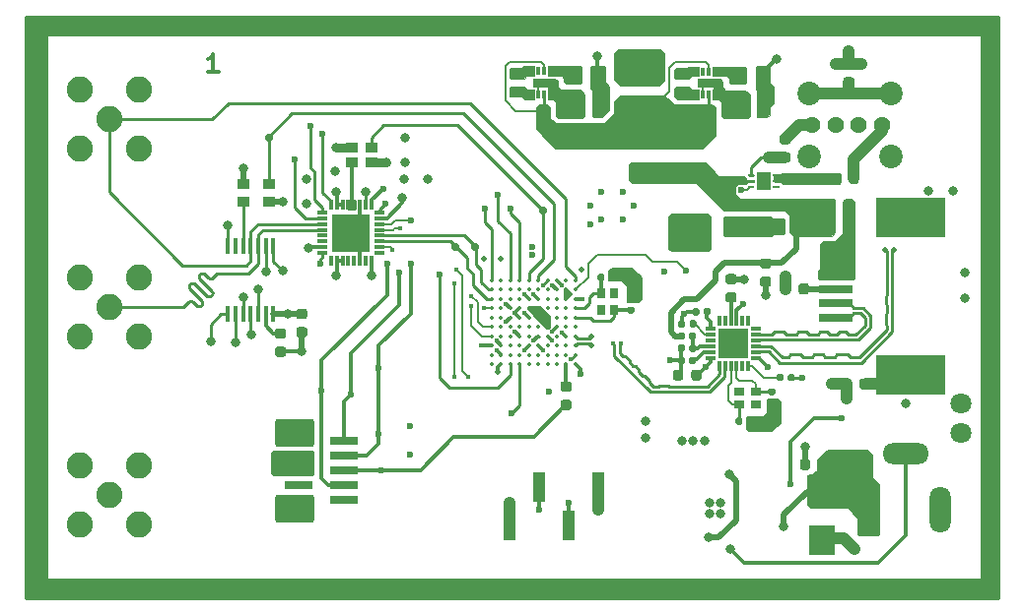
<source format=gbr>
G04 #@! TF.GenerationSoftware,KiCad,Pcbnew,(5.1.6)-1*
G04 #@! TF.CreationDate,2020-07-25T18:11:15+02:00*
G04 #@! TF.ProjectId,PrecisionTimer_RevF,50726563-6973-4696-9f6e-54696d65725f,rev?*
G04 #@! TF.SameCoordinates,Original*
G04 #@! TF.FileFunction,Copper,L1,Top*
G04 #@! TF.FilePolarity,Positive*
%FSLAX46Y46*%
G04 Gerber Fmt 4.6, Leading zero omitted, Abs format (unit mm)*
G04 Created by KiCad (PCBNEW (5.1.6)-1) date 2020-07-25 18:11:15*
%MOMM*%
%LPD*%
G01*
G04 APERTURE LIST*
G04 #@! TA.AperFunction,NonConductor*
%ADD10C,0.300000*%
G04 #@! TD*
G04 #@! TA.AperFunction,SMDPad,CuDef*
%ADD11C,0.700000*%
G04 #@! TD*
G04 #@! TA.AperFunction,SMDPad,CuDef*
%ADD12C,1.000000*%
G04 #@! TD*
G04 #@! TA.AperFunction,SMDPad,CuDef*
%ADD13R,2.400000X0.740000*%
G04 #@! TD*
G04 #@! TA.AperFunction,SMDPad,CuDef*
%ADD14C,0.800000*%
G04 #@! TD*
G04 #@! TA.AperFunction,SMDPad,CuDef*
%ADD15C,0.350000*%
G04 #@! TD*
G04 #@! TA.AperFunction,SMDPad,CuDef*
%ADD16R,2.300000X2.500000*%
G04 #@! TD*
G04 #@! TA.AperFunction,SMDPad,CuDef*
%ADD17R,1.700000X1.300000*%
G04 #@! TD*
G04 #@! TA.AperFunction,SMDPad,CuDef*
%ADD18R,1.300000X0.700000*%
G04 #@! TD*
G04 #@! TA.AperFunction,SMDPad,CuDef*
%ADD19R,0.300000X0.800000*%
G04 #@! TD*
G04 #@! TA.AperFunction,SMDPad,CuDef*
%ADD20R,1.200000X1.600000*%
G04 #@! TD*
G04 #@! TA.AperFunction,SMDPad,CuDef*
%ADD21R,2.600000X2.600000*%
G04 #@! TD*
G04 #@! TA.AperFunction,SMDPad,CuDef*
%ADD22R,0.300000X0.850000*%
G04 #@! TD*
G04 #@! TA.AperFunction,SMDPad,CuDef*
%ADD23R,0.850000X0.300000*%
G04 #@! TD*
G04 #@! TA.AperFunction,ComponentPad*
%ADD24R,1.800000X4.400000*%
G04 #@! TD*
G04 #@! TA.AperFunction,ComponentPad*
%ADD25O,1.800000X4.000000*%
G04 #@! TD*
G04 #@! TA.AperFunction,ComponentPad*
%ADD26O,4.000000X1.800000*%
G04 #@! TD*
G04 #@! TA.AperFunction,SMDPad,CuDef*
%ADD27R,0.900000X0.800000*%
G04 #@! TD*
G04 #@! TA.AperFunction,ComponentPad*
%ADD28C,1.800000*%
G04 #@! TD*
G04 #@! TA.AperFunction,SMDPad,CuDef*
%ADD29R,6.040000X3.400000*%
G04 #@! TD*
G04 #@! TA.AperFunction,SMDPad,CuDef*
%ADD30R,3.000000X0.700000*%
G04 #@! TD*
G04 #@! TA.AperFunction,ComponentPad*
%ADD31C,2.025000*%
G04 #@! TD*
G04 #@! TA.AperFunction,ComponentPad*
%ADD32C,1.431000*%
G04 #@! TD*
G04 #@! TA.AperFunction,SMDPad,CuDef*
%ADD33R,1.000000X0.900000*%
G04 #@! TD*
G04 #@! TA.AperFunction,SMDPad,CuDef*
%ADD34R,1.100000X0.900000*%
G04 #@! TD*
G04 #@! TA.AperFunction,SMDPad,CuDef*
%ADD35R,0.800000X0.900000*%
G04 #@! TD*
G04 #@! TA.AperFunction,SMDPad,CuDef*
%ADD36R,1.000000X2.510000*%
G04 #@! TD*
G04 #@! TA.AperFunction,SMDPad,CuDef*
%ADD37R,3.300000X3.300000*%
G04 #@! TD*
G04 #@! TA.AperFunction,ComponentPad*
%ADD38C,2.250000*%
G04 #@! TD*
G04 #@! TA.AperFunction,SMDPad,CuDef*
%ADD39R,0.450000X1.475000*%
G04 #@! TD*
G04 #@! TA.AperFunction,ViaPad*
%ADD40C,0.600000*%
G04 #@! TD*
G04 #@! TA.AperFunction,ViaPad*
%ADD41C,0.500000*%
G04 #@! TD*
G04 #@! TA.AperFunction,ViaPad*
%ADD42C,0.800000*%
G04 #@! TD*
G04 #@! TA.AperFunction,ViaPad*
%ADD43C,0.450000*%
G04 #@! TD*
G04 #@! TA.AperFunction,Conductor*
%ADD44C,0.250000*%
G04 #@! TD*
G04 #@! TA.AperFunction,Conductor*
%ADD45C,0.200000*%
G04 #@! TD*
G04 #@! TA.AperFunction,Conductor*
%ADD46C,0.300000*%
G04 #@! TD*
G04 #@! TA.AperFunction,Conductor*
%ADD47C,0.500000*%
G04 #@! TD*
G04 #@! TA.AperFunction,Conductor*
%ADD48C,1.000000*%
G04 #@! TD*
G04 #@! TA.AperFunction,Conductor*
%ADD49C,0.800000*%
G04 #@! TD*
G04 #@! TA.AperFunction,Conductor*
%ADD50C,0.350000*%
G04 #@! TD*
G04 #@! TA.AperFunction,Conductor*
%ADD51C,0.150000*%
G04 #@! TD*
G04 #@! TA.AperFunction,Conductor*
%ADD52C,0.101600*%
G04 #@! TD*
G04 #@! TA.AperFunction,Conductor*
%ADD53C,0.025400*%
G04 #@! TD*
G04 #@! TA.AperFunction,Conductor*
%ADD54C,0.254000*%
G04 #@! TD*
G04 APERTURE END LIST*
D10*
X105863971Y-57142771D02*
X105006828Y-57142771D01*
X105435400Y-57142771D02*
X105435400Y-55642771D01*
X105292542Y-55857057D01*
X105149685Y-55999914D01*
X105006828Y-56071342D01*
D11*
X110223300Y-62839600D03*
D12*
X139801600Y-62509400D03*
G04 #@! TA.AperFunction,SMDPad,CuDef*
G36*
G01*
X135993850Y-84689200D02*
X135481350Y-84689200D01*
G75*
G02*
X135262600Y-84470450I0J218750D01*
G01*
X135262600Y-84032950D01*
G75*
G02*
X135481350Y-83814200I218750J0D01*
G01*
X135993850Y-83814200D01*
G75*
G02*
X136212600Y-84032950I0J-218750D01*
G01*
X136212600Y-84470450D01*
G75*
G02*
X135993850Y-84689200I-218750J0D01*
G01*
G37*
G04 #@! TD.AperFunction*
G04 #@! TA.AperFunction,SMDPad,CuDef*
G36*
G01*
X135993850Y-86264200D02*
X135481350Y-86264200D01*
G75*
G02*
X135262600Y-86045450I0J218750D01*
G01*
X135262600Y-85607950D01*
G75*
G02*
X135481350Y-85389200I218750J0D01*
G01*
X135993850Y-85389200D01*
G75*
G02*
X136212600Y-85607950I0J-218750D01*
G01*
X136212600Y-86045450D01*
G75*
G02*
X135993850Y-86264200I-218750J0D01*
G01*
G37*
G04 #@! TD.AperFunction*
D13*
X116643700Y-93980000D03*
X112743700Y-93980000D03*
X116643700Y-92710000D03*
X112743700Y-92710000D03*
X116643700Y-91440000D03*
X112743700Y-91440000D03*
X116643700Y-90170000D03*
X112743700Y-90170000D03*
X116643700Y-88900000D03*
X112743700Y-88900000D03*
D14*
X155346400Y-66344800D03*
X153822400Y-56032400D03*
X138430000Y-55778400D03*
D11*
X133731000Y-69088000D03*
X127939800Y-72212200D03*
X126263400Y-72263000D03*
X158927800Y-90068400D03*
D15*
X136543600Y-75114600D03*
X135743600Y-75114600D03*
X134943600Y-75114600D03*
X134143600Y-75114600D03*
X133343600Y-75114600D03*
X132543600Y-75114600D03*
X131743600Y-75114600D03*
X130943600Y-75114600D03*
X130143600Y-75114600D03*
X129343600Y-75114600D03*
X136543600Y-75914600D03*
X135743600Y-75914600D03*
X134943600Y-75914600D03*
X134143600Y-75914600D03*
X133343600Y-75914600D03*
X132543600Y-75914600D03*
X131743600Y-75914600D03*
X130943600Y-75914600D03*
X130143600Y-75914600D03*
X129343600Y-75914600D03*
X136543600Y-76714600D03*
X135743600Y-76714600D03*
X134943600Y-76714600D03*
X134143600Y-76714600D03*
X133343600Y-76714600D03*
X132543600Y-76714600D03*
X131743600Y-76714600D03*
X130943600Y-76714600D03*
X130143600Y-76714600D03*
X129343600Y-76714600D03*
X136543600Y-77514600D03*
X135743600Y-77514600D03*
X134943600Y-77514600D03*
X134143600Y-77514600D03*
X133343600Y-77514600D03*
X132543600Y-77514600D03*
X131743600Y-77514600D03*
X130943600Y-77514600D03*
X130143600Y-77514600D03*
X129343600Y-77514600D03*
X136543600Y-78314600D03*
X135743600Y-78314600D03*
X134943600Y-78314600D03*
X134143600Y-78314600D03*
X133343600Y-78314600D03*
X132543600Y-78314600D03*
X131743600Y-78314600D03*
X130943600Y-78314600D03*
X130143600Y-78314600D03*
X129343600Y-78314600D03*
X136543600Y-79114600D03*
X135743600Y-79114600D03*
X134943600Y-79114600D03*
X134143600Y-79114600D03*
X133343600Y-79114600D03*
X132543600Y-79114600D03*
X131743600Y-79114600D03*
X130943600Y-79114600D03*
X130143600Y-79114600D03*
X129343600Y-79114600D03*
X136543600Y-79914600D03*
X135743600Y-79914600D03*
X134943600Y-79914600D03*
X134143600Y-79914600D03*
X133343600Y-79914600D03*
X132543600Y-79914600D03*
X131743600Y-79914600D03*
X130943600Y-79914600D03*
X130143600Y-79914600D03*
X129343600Y-79914600D03*
X136543600Y-80714600D03*
X135743600Y-80714600D03*
X134943600Y-80714600D03*
X134143600Y-80714600D03*
X133343600Y-80714600D03*
X132543600Y-80714600D03*
X131743600Y-80714600D03*
X130943600Y-80714600D03*
X130143600Y-80714600D03*
X129343600Y-80714600D03*
X136543600Y-81514600D03*
X135743600Y-81514600D03*
X134943600Y-81514600D03*
X134143600Y-81514600D03*
X133343600Y-81514600D03*
X132543600Y-81514600D03*
X131743600Y-81514600D03*
X130943600Y-81514600D03*
X130143600Y-81514600D03*
X129343600Y-81514600D03*
X136543600Y-82314600D03*
X135743600Y-82314600D03*
X134943600Y-82314600D03*
X134143600Y-82314600D03*
X133343600Y-82314600D03*
X132543600Y-82314600D03*
X131743600Y-82314600D03*
X130943600Y-82314600D03*
X130143600Y-82314600D03*
X129343600Y-82314600D03*
D16*
X157746700Y-97476200D03*
X157746700Y-93176200D03*
G04 #@! TA.AperFunction,SMDPad,CuDef*
G36*
G01*
X157398200Y-91213650D02*
X157398200Y-90701150D01*
G75*
G02*
X157616950Y-90482400I218750J0D01*
G01*
X158054450Y-90482400D01*
G75*
G02*
X158273200Y-90701150I0J-218750D01*
G01*
X158273200Y-91213650D01*
G75*
G02*
X158054450Y-91432400I-218750J0D01*
G01*
X157616950Y-91432400D01*
G75*
G02*
X157398200Y-91213650I0J218750D01*
G01*
G37*
G04 #@! TD.AperFunction*
G04 #@! TA.AperFunction,SMDPad,CuDef*
G36*
G01*
X155823200Y-91213650D02*
X155823200Y-90701150D01*
G75*
G02*
X156041950Y-90482400I218750J0D01*
G01*
X156479450Y-90482400D01*
G75*
G02*
X156698200Y-90701150I0J-218750D01*
G01*
X156698200Y-91213650D01*
G75*
G02*
X156479450Y-91432400I-218750J0D01*
G01*
X156041950Y-91432400D01*
G75*
G02*
X155823200Y-91213650I0J218750D01*
G01*
G37*
G04 #@! TD.AperFunction*
G04 #@! TA.AperFunction,SMDPad,CuDef*
G36*
G01*
X110944950Y-80817200D02*
X111457450Y-80817200D01*
G75*
G02*
X111676200Y-81035950I0J-218750D01*
G01*
X111676200Y-81473450D01*
G75*
G02*
X111457450Y-81692200I-218750J0D01*
G01*
X110944950Y-81692200D01*
G75*
G02*
X110726200Y-81473450I0J218750D01*
G01*
X110726200Y-81035950D01*
G75*
G02*
X110944950Y-80817200I218750J0D01*
G01*
G37*
G04 #@! TD.AperFunction*
G04 #@! TA.AperFunction,SMDPad,CuDef*
G36*
G01*
X110944950Y-79242200D02*
X111457450Y-79242200D01*
G75*
G02*
X111676200Y-79460950I0J-218750D01*
G01*
X111676200Y-79898450D01*
G75*
G02*
X111457450Y-80117200I-218750J0D01*
G01*
X110944950Y-80117200D01*
G75*
G02*
X110726200Y-79898450I0J218750D01*
G01*
X110726200Y-79460950D01*
G75*
G02*
X110944950Y-79242200I218750J0D01*
G01*
G37*
G04 #@! TD.AperFunction*
D17*
X141986000Y-57142500D03*
X141986000Y-60642500D03*
D18*
X147739100Y-58140600D03*
D19*
X148489100Y-59140600D03*
X147989100Y-59140600D03*
X147489100Y-59140600D03*
X146989100Y-59140600D03*
X146989100Y-57140600D03*
X147489100Y-57140600D03*
X147989100Y-57140600D03*
X148489100Y-57140600D03*
D20*
X152704800Y-66573400D03*
G04 #@! TA.AperFunction,SMDPad,CuDef*
G36*
G01*
X153504800Y-66123400D02*
X153504800Y-66023400D01*
G75*
G02*
X153554800Y-65973400I50000J0D01*
G01*
X154004800Y-65973400D01*
G75*
G02*
X154054800Y-66023400I0J-50000D01*
G01*
X154054800Y-66123400D01*
G75*
G02*
X154004800Y-66173400I-50000J0D01*
G01*
X153554800Y-66173400D01*
G75*
G02*
X153504800Y-66123400I0J50000D01*
G01*
G37*
G04 #@! TD.AperFunction*
G04 #@! TA.AperFunction,SMDPad,CuDef*
G36*
G01*
X153504800Y-66623400D02*
X153504800Y-66523400D01*
G75*
G02*
X153554800Y-66473400I50000J0D01*
G01*
X154004800Y-66473400D01*
G75*
G02*
X154054800Y-66523400I0J-50000D01*
G01*
X154054800Y-66623400D01*
G75*
G02*
X154004800Y-66673400I-50000J0D01*
G01*
X153554800Y-66673400D01*
G75*
G02*
X153504800Y-66623400I0J50000D01*
G01*
G37*
G04 #@! TD.AperFunction*
G04 #@! TA.AperFunction,SMDPad,CuDef*
G36*
G01*
X153504800Y-67123400D02*
X153504800Y-67023400D01*
G75*
G02*
X153554800Y-66973400I50000J0D01*
G01*
X154004800Y-66973400D01*
G75*
G02*
X154054800Y-67023400I0J-50000D01*
G01*
X154054800Y-67123400D01*
G75*
G02*
X154004800Y-67173400I-50000J0D01*
G01*
X153554800Y-67173400D01*
G75*
G02*
X153504800Y-67123400I0J50000D01*
G01*
G37*
G04 #@! TD.AperFunction*
G04 #@! TA.AperFunction,SMDPad,CuDef*
G36*
G01*
X151354800Y-67123400D02*
X151354800Y-67023400D01*
G75*
G02*
X151404800Y-66973400I50000J0D01*
G01*
X151854800Y-66973400D01*
G75*
G02*
X151904800Y-67023400I0J-50000D01*
G01*
X151904800Y-67123400D01*
G75*
G02*
X151854800Y-67173400I-50000J0D01*
G01*
X151404800Y-67173400D01*
G75*
G02*
X151354800Y-67123400I0J50000D01*
G01*
G37*
G04 #@! TD.AperFunction*
G04 #@! TA.AperFunction,SMDPad,CuDef*
G36*
G01*
X151354800Y-66623400D02*
X151354800Y-66523400D01*
G75*
G02*
X151404800Y-66473400I50000J0D01*
G01*
X151854800Y-66473400D01*
G75*
G02*
X151904800Y-66523400I0J-50000D01*
G01*
X151904800Y-66623400D01*
G75*
G02*
X151854800Y-66673400I-50000J0D01*
G01*
X151404800Y-66673400D01*
G75*
G02*
X151354800Y-66623400I0J50000D01*
G01*
G37*
G04 #@! TD.AperFunction*
G04 #@! TA.AperFunction,SMDPad,CuDef*
G36*
G01*
X151354800Y-66123400D02*
X151354800Y-66023400D01*
G75*
G02*
X151404800Y-65973400I50000J0D01*
G01*
X151854800Y-65973400D01*
G75*
G02*
X151904800Y-66023400I0J-50000D01*
G01*
X151904800Y-66123400D01*
G75*
G02*
X151854800Y-66173400I-50000J0D01*
G01*
X151404800Y-66173400D01*
G75*
G02*
X151354800Y-66123400I0J50000D01*
G01*
G37*
G04 #@! TD.AperFunction*
G04 #@! TA.AperFunction,SMDPad,CuDef*
G36*
G01*
X151173000Y-56973150D02*
X151173000Y-57885650D01*
G75*
G02*
X150929250Y-58129400I-243750J0D01*
G01*
X150441750Y-58129400D01*
G75*
G02*
X150198000Y-57885650I0J243750D01*
G01*
X150198000Y-56973150D01*
G75*
G02*
X150441750Y-56729400I243750J0D01*
G01*
X150929250Y-56729400D01*
G75*
G02*
X151173000Y-56973150I0J-243750D01*
G01*
G37*
G04 #@! TD.AperFunction*
G04 #@! TA.AperFunction,SMDPad,CuDef*
G36*
G01*
X153048000Y-56973150D02*
X153048000Y-57885650D01*
G75*
G02*
X152804250Y-58129400I-243750J0D01*
G01*
X152316750Y-58129400D01*
G75*
G02*
X152073000Y-57885650I0J243750D01*
G01*
X152073000Y-56973150D01*
G75*
G02*
X152316750Y-56729400I243750J0D01*
G01*
X152804250Y-56729400D01*
G75*
G02*
X153048000Y-56973150I0J-243750D01*
G01*
G37*
G04 #@! TD.AperFunction*
G04 #@! TA.AperFunction,SMDPad,CuDef*
G36*
G01*
X147839200Y-69909600D02*
X147839200Y-71009600D01*
G75*
G02*
X147589200Y-71259600I-250000J0D01*
G01*
X145089200Y-71259600D01*
G75*
G02*
X144839200Y-71009600I0J250000D01*
G01*
X144839200Y-69909600D01*
G75*
G02*
X145089200Y-69659600I250000J0D01*
G01*
X147589200Y-69659600D01*
G75*
G02*
X147839200Y-69909600I0J-250000D01*
G01*
G37*
G04 #@! TD.AperFunction*
G04 #@! TA.AperFunction,SMDPad,CuDef*
G36*
G01*
X152239200Y-69909600D02*
X152239200Y-71009600D01*
G75*
G02*
X151989200Y-71259600I-250000J0D01*
G01*
X149489200Y-71259600D01*
G75*
G02*
X149239200Y-71009600I0J250000D01*
G01*
X149239200Y-69909600D01*
G75*
G02*
X149489200Y-69659600I250000J0D01*
G01*
X151989200Y-69659600D01*
G75*
G02*
X152239200Y-69909600I0J-250000D01*
G01*
G37*
G04 #@! TD.AperFunction*
G04 #@! TA.AperFunction,SMDPad,CuDef*
G36*
G01*
X149130600Y-60835250D02*
X149130600Y-60322750D01*
G75*
G02*
X149349350Y-60104000I218750J0D01*
G01*
X149786850Y-60104000D01*
G75*
G02*
X150005600Y-60322750I0J-218750D01*
G01*
X150005600Y-60835250D01*
G75*
G02*
X149786850Y-61054000I-218750J0D01*
G01*
X149349350Y-61054000D01*
G75*
G02*
X149130600Y-60835250I0J218750D01*
G01*
G37*
G04 #@! TD.AperFunction*
G04 #@! TA.AperFunction,SMDPad,CuDef*
G36*
G01*
X147555600Y-60835250D02*
X147555600Y-60322750D01*
G75*
G02*
X147774350Y-60104000I218750J0D01*
G01*
X148211850Y-60104000D01*
G75*
G02*
X148430600Y-60322750I0J-218750D01*
G01*
X148430600Y-60835250D01*
G75*
G02*
X148211850Y-61054000I-218750J0D01*
G01*
X147774350Y-61054000D01*
G75*
G02*
X147555600Y-60835250I0J218750D01*
G01*
G37*
G04 #@! TD.AperFunction*
G04 #@! TA.AperFunction,SMDPad,CuDef*
G36*
G01*
X146501600Y-83517450D02*
X146501600Y-83004950D01*
G75*
G02*
X146720350Y-82786200I218750J0D01*
G01*
X147157850Y-82786200D01*
G75*
G02*
X147376600Y-83004950I0J-218750D01*
G01*
X147376600Y-83517450D01*
G75*
G02*
X147157850Y-83736200I-218750J0D01*
G01*
X146720350Y-83736200D01*
G75*
G02*
X146501600Y-83517450I0J218750D01*
G01*
G37*
G04 #@! TD.AperFunction*
G04 #@! TA.AperFunction,SMDPad,CuDef*
G36*
G01*
X144926600Y-83517450D02*
X144926600Y-83004950D01*
G75*
G02*
X145145350Y-82786200I218750J0D01*
G01*
X145582850Y-82786200D01*
G75*
G02*
X145801600Y-83004950I0J-218750D01*
G01*
X145801600Y-83517450D01*
G75*
G02*
X145582850Y-83736200I-218750J0D01*
G01*
X145145350Y-83736200D01*
G75*
G02*
X144926600Y-83517450I0J218750D01*
G01*
G37*
G04 #@! TD.AperFunction*
G04 #@! TA.AperFunction,SMDPad,CuDef*
G36*
G01*
X142561000Y-63738600D02*
X141411000Y-63738600D01*
G75*
G02*
X141161000Y-63488600I0J250000D01*
G01*
X141161000Y-62388600D01*
G75*
G02*
X141411000Y-62138600I250000J0D01*
G01*
X142561000Y-62138600D01*
G75*
G02*
X142811000Y-62388600I0J-250000D01*
G01*
X142811000Y-63488600D01*
G75*
G02*
X142561000Y-63738600I-250000J0D01*
G01*
G37*
G04 #@! TD.AperFunction*
G04 #@! TA.AperFunction,SMDPad,CuDef*
G36*
G01*
X142561000Y-66588600D02*
X141411000Y-66588600D01*
G75*
G02*
X141161000Y-66338600I0J250000D01*
G01*
X141161000Y-65238600D01*
G75*
G02*
X141411000Y-64988600I250000J0D01*
G01*
X142561000Y-64988600D01*
G75*
G02*
X142811000Y-65238600I0J-250000D01*
G01*
X142811000Y-66338600D01*
G75*
G02*
X142561000Y-66588600I-250000J0D01*
G01*
G37*
G04 #@! TD.AperFunction*
D21*
X150139400Y-80518000D03*
D22*
X151389400Y-82468000D03*
X150889400Y-82468000D03*
X150389400Y-82468000D03*
X149889400Y-82468000D03*
X149389400Y-82468000D03*
X148889400Y-82468000D03*
D23*
X148189400Y-81768000D03*
X148189400Y-81268000D03*
X148189400Y-80768000D03*
X148189400Y-80268000D03*
X148189400Y-79768000D03*
X148189400Y-79268000D03*
D22*
X148889400Y-78568000D03*
X149389400Y-78568000D03*
X149889400Y-78568000D03*
X150389400Y-78568000D03*
X150889400Y-78568000D03*
X151389400Y-78568000D03*
D23*
X152089400Y-79268000D03*
X152089400Y-79768000D03*
X152089400Y-80268000D03*
X152089400Y-80768000D03*
X152089400Y-81268000D03*
X152089400Y-81768000D03*
D12*
X145338800Y-65862200D03*
D24*
X161696400Y-94818200D03*
D25*
X167894000Y-94818200D03*
D26*
X164896800Y-90018200D03*
D27*
X150607800Y-84692400D03*
X152007800Y-84692400D03*
X152007800Y-85792400D03*
X150607800Y-85792400D03*
D28*
X169672000Y-85725000D03*
X169672000Y-88265000D03*
D29*
X165316800Y-83279400D03*
X165316800Y-69679400D03*
D30*
X158916800Y-75854400D03*
X158916800Y-78354400D03*
X158916800Y-77104400D03*
X158916800Y-74604400D03*
D31*
X163620200Y-59027400D03*
X156620200Y-59027400D03*
X163620200Y-64467400D03*
X156620200Y-64467400D03*
D32*
X156890200Y-61747400D03*
X158890200Y-61747400D03*
X160890200Y-61747400D03*
X162890200Y-61747400D03*
D33*
X110180700Y-68364400D03*
X108030700Y-68364400D03*
X108030700Y-66814400D03*
X110180700Y-66814400D03*
G04 #@! TA.AperFunction,SMDPad,CuDef*
G36*
G01*
X146316200Y-81122300D02*
X146316200Y-80777300D01*
G75*
G02*
X146463700Y-80629800I147500J0D01*
G01*
X146758700Y-80629800D01*
G75*
G02*
X146906200Y-80777300I0J-147500D01*
G01*
X146906200Y-81122300D01*
G75*
G02*
X146758700Y-81269800I-147500J0D01*
G01*
X146463700Y-81269800D01*
G75*
G02*
X146316200Y-81122300I0J147500D01*
G01*
G37*
G04 #@! TD.AperFunction*
G04 #@! TA.AperFunction,SMDPad,CuDef*
G36*
G01*
X145346200Y-81122300D02*
X145346200Y-80777300D01*
G75*
G02*
X145493700Y-80629800I147500J0D01*
G01*
X145788700Y-80629800D01*
G75*
G02*
X145936200Y-80777300I0J-147500D01*
G01*
X145936200Y-81122300D01*
G75*
G02*
X145788700Y-81269800I-147500J0D01*
G01*
X145493700Y-81269800D01*
G75*
G02*
X145346200Y-81122300I0J147500D01*
G01*
G37*
G04 #@! TD.AperFunction*
G04 #@! TA.AperFunction,SMDPad,CuDef*
G36*
G01*
X145936200Y-79735900D02*
X145936200Y-80080900D01*
G75*
G02*
X145788700Y-80228400I-147500J0D01*
G01*
X145493700Y-80228400D01*
G75*
G02*
X145346200Y-80080900I0J147500D01*
G01*
X145346200Y-79735900D01*
G75*
G02*
X145493700Y-79588400I147500J0D01*
G01*
X145788700Y-79588400D01*
G75*
G02*
X145936200Y-79735900I0J-147500D01*
G01*
G37*
G04 #@! TD.AperFunction*
G04 #@! TA.AperFunction,SMDPad,CuDef*
G36*
G01*
X146906200Y-79735900D02*
X146906200Y-80080900D01*
G75*
G02*
X146758700Y-80228400I-147500J0D01*
G01*
X146463700Y-80228400D01*
G75*
G02*
X146316200Y-80080900I0J147500D01*
G01*
X146316200Y-79735900D01*
G75*
G02*
X146463700Y-79588400I147500J0D01*
G01*
X146758700Y-79588400D01*
G75*
G02*
X146906200Y-79735900I0J-147500D01*
G01*
G37*
G04 #@! TD.AperFunction*
D34*
X119009900Y-63673200D03*
X117309900Y-63673200D03*
X117309900Y-64973200D03*
X119009900Y-64973200D03*
G04 #@! TA.AperFunction,SMDPad,CuDef*
G36*
G01*
X145959200Y-78694500D02*
X145959200Y-79039500D01*
G75*
G02*
X145811700Y-79187000I-147500J0D01*
G01*
X145516700Y-79187000D01*
G75*
G02*
X145369200Y-79039500I0J147500D01*
G01*
X145369200Y-78694500D01*
G75*
G02*
X145516700Y-78547000I147500J0D01*
G01*
X145811700Y-78547000D01*
G75*
G02*
X145959200Y-78694500I0J-147500D01*
G01*
G37*
G04 #@! TD.AperFunction*
G04 #@! TA.AperFunction,SMDPad,CuDef*
G36*
G01*
X146929200Y-78694500D02*
X146929200Y-79039500D01*
G75*
G02*
X146781700Y-79187000I-147500J0D01*
G01*
X146486700Y-79187000D01*
G75*
G02*
X146339200Y-79039500I0J147500D01*
G01*
X146339200Y-78694500D01*
G75*
G02*
X146486700Y-78547000I147500J0D01*
G01*
X146781700Y-78547000D01*
G75*
G02*
X146929200Y-78694500I0J-147500D01*
G01*
G37*
G04 #@! TD.AperFunction*
G04 #@! TA.AperFunction,SMDPad,CuDef*
G36*
G01*
X147180800Y-77653100D02*
X147180800Y-77998100D01*
G75*
G02*
X147033300Y-78145600I-147500J0D01*
G01*
X146738300Y-78145600D01*
G75*
G02*
X146590800Y-77998100I0J147500D01*
G01*
X146590800Y-77653100D01*
G75*
G02*
X146738300Y-77505600I147500J0D01*
G01*
X147033300Y-77505600D01*
G75*
G02*
X147180800Y-77653100I0J-147500D01*
G01*
G37*
G04 #@! TD.AperFunction*
G04 #@! TA.AperFunction,SMDPad,CuDef*
G36*
G01*
X148150800Y-77653100D02*
X148150800Y-77998100D01*
G75*
G02*
X148003300Y-78145600I-147500J0D01*
G01*
X147708300Y-78145600D01*
G75*
G02*
X147560800Y-77998100I0J147500D01*
G01*
X147560800Y-77653100D01*
G75*
G02*
X147708300Y-77505600I147500J0D01*
G01*
X148003300Y-77505600D01*
G75*
G02*
X148150800Y-77653100I0J-147500D01*
G01*
G37*
G04 #@! TD.AperFunction*
G04 #@! TA.AperFunction,SMDPad,CuDef*
G36*
G01*
X146316200Y-82189100D02*
X146316200Y-81844100D01*
G75*
G02*
X146463700Y-81696600I147500J0D01*
G01*
X146758700Y-81696600D01*
G75*
G02*
X146906200Y-81844100I0J-147500D01*
G01*
X146906200Y-82189100D01*
G75*
G02*
X146758700Y-82336600I-147500J0D01*
G01*
X146463700Y-82336600D01*
G75*
G02*
X146316200Y-82189100I0J147500D01*
G01*
G37*
G04 #@! TD.AperFunction*
G04 #@! TA.AperFunction,SMDPad,CuDef*
G36*
G01*
X145346200Y-82189100D02*
X145346200Y-81844100D01*
G75*
G02*
X145493700Y-81696600I147500J0D01*
G01*
X145788700Y-81696600D01*
G75*
G02*
X145936200Y-81844100I0J-147500D01*
G01*
X145936200Y-82189100D01*
G75*
G02*
X145788700Y-82336600I-147500J0D01*
G01*
X145493700Y-82336600D01*
G75*
G02*
X145346200Y-82189100I0J147500D01*
G01*
G37*
G04 #@! TD.AperFunction*
G04 #@! TA.AperFunction,SMDPad,CuDef*
G36*
G01*
X154409500Y-83304600D02*
X154409500Y-83649600D01*
G75*
G02*
X154262000Y-83797100I-147500J0D01*
G01*
X153967000Y-83797100D01*
G75*
G02*
X153819500Y-83649600I0J147500D01*
G01*
X153819500Y-83304600D01*
G75*
G02*
X153967000Y-83157100I147500J0D01*
G01*
X154262000Y-83157100D01*
G75*
G02*
X154409500Y-83304600I0J-147500D01*
G01*
G37*
G04 #@! TD.AperFunction*
G04 #@! TA.AperFunction,SMDPad,CuDef*
G36*
G01*
X155379500Y-83304600D02*
X155379500Y-83649600D01*
G75*
G02*
X155232000Y-83797100I-147500J0D01*
G01*
X154937000Y-83797100D01*
G75*
G02*
X154789500Y-83649600I0J147500D01*
G01*
X154789500Y-83304600D01*
G75*
G02*
X154937000Y-83157100I147500J0D01*
G01*
X155232000Y-83157100D01*
G75*
G02*
X155379500Y-83304600I0J-147500D01*
G01*
G37*
G04 #@! TD.AperFunction*
G04 #@! TA.AperFunction,SMDPad,CuDef*
G36*
G01*
X153588500Y-84988900D02*
X153243500Y-84988900D01*
G75*
G02*
X153096000Y-84841400I0J147500D01*
G01*
X153096000Y-84546400D01*
G75*
G02*
X153243500Y-84398900I147500J0D01*
G01*
X153588500Y-84398900D01*
G75*
G02*
X153736000Y-84546400I0J-147500D01*
G01*
X153736000Y-84841400D01*
G75*
G02*
X153588500Y-84988900I-147500J0D01*
G01*
G37*
G04 #@! TD.AperFunction*
G04 #@! TA.AperFunction,SMDPad,CuDef*
G36*
G01*
X153588500Y-85958900D02*
X153243500Y-85958900D01*
G75*
G02*
X153096000Y-85811400I0J147500D01*
G01*
X153096000Y-85516400D01*
G75*
G02*
X153243500Y-85368900I147500J0D01*
G01*
X153588500Y-85368900D01*
G75*
G02*
X153736000Y-85516400I0J-147500D01*
G01*
X153736000Y-85811400D01*
G75*
G02*
X153588500Y-85958900I-147500J0D01*
G01*
G37*
G04 #@! TD.AperFunction*
G04 #@! TA.AperFunction,SMDPad,CuDef*
G36*
G01*
X150889200Y-87063800D02*
X150889200Y-87408800D01*
G75*
G02*
X150741700Y-87556300I-147500J0D01*
G01*
X150446700Y-87556300D01*
G75*
G02*
X150299200Y-87408800I0J147500D01*
G01*
X150299200Y-87063800D01*
G75*
G02*
X150446700Y-86916300I147500J0D01*
G01*
X150741700Y-86916300D01*
G75*
G02*
X150889200Y-87063800I0J-147500D01*
G01*
G37*
G04 #@! TD.AperFunction*
G04 #@! TA.AperFunction,SMDPad,CuDef*
G36*
G01*
X151859200Y-87063800D02*
X151859200Y-87408800D01*
G75*
G02*
X151711700Y-87556300I-147500J0D01*
G01*
X151416700Y-87556300D01*
G75*
G02*
X151269200Y-87408800I0J147500D01*
G01*
X151269200Y-87063800D01*
G75*
G02*
X151416700Y-86916300I147500J0D01*
G01*
X151711700Y-86916300D01*
G75*
G02*
X151859200Y-87063800I0J-147500D01*
G01*
G37*
G04 #@! TD.AperFunction*
G04 #@! TA.AperFunction,SMDPad,CuDef*
G36*
G01*
X149654550Y-76143600D02*
X150167050Y-76143600D01*
G75*
G02*
X150385800Y-76362350I0J-218750D01*
G01*
X150385800Y-76799850D01*
G75*
G02*
X150167050Y-77018600I-218750J0D01*
G01*
X149654550Y-77018600D01*
G75*
G02*
X149435800Y-76799850I0J218750D01*
G01*
X149435800Y-76362350D01*
G75*
G02*
X149654550Y-76143600I218750J0D01*
G01*
G37*
G04 #@! TD.AperFunction*
G04 #@! TA.AperFunction,SMDPad,CuDef*
G36*
G01*
X149654550Y-74568600D02*
X150167050Y-74568600D01*
G75*
G02*
X150385800Y-74787350I0J-218750D01*
G01*
X150385800Y-75224850D01*
G75*
G02*
X150167050Y-75443600I-218750J0D01*
G01*
X149654550Y-75443600D01*
G75*
G02*
X149435800Y-75224850I0J218750D01*
G01*
X149435800Y-74787350D01*
G75*
G02*
X149654550Y-74568600I218750J0D01*
G01*
G37*
G04 #@! TD.AperFunction*
G04 #@! TA.AperFunction,SMDPad,CuDef*
G36*
G01*
X145273050Y-58439800D02*
X145785550Y-58439800D01*
G75*
G02*
X146004300Y-58658550I0J-218750D01*
G01*
X146004300Y-59096050D01*
G75*
G02*
X145785550Y-59314800I-218750J0D01*
G01*
X145273050Y-59314800D01*
G75*
G02*
X145054300Y-59096050I0J218750D01*
G01*
X145054300Y-58658550D01*
G75*
G02*
X145273050Y-58439800I218750J0D01*
G01*
G37*
G04 #@! TD.AperFunction*
G04 #@! TA.AperFunction,SMDPad,CuDef*
G36*
G01*
X145273050Y-56864800D02*
X145785550Y-56864800D01*
G75*
G02*
X146004300Y-57083550I0J-218750D01*
G01*
X146004300Y-57521050D01*
G75*
G02*
X145785550Y-57739800I-218750J0D01*
G01*
X145273050Y-57739800D01*
G75*
G02*
X145054300Y-57521050I0J218750D01*
G01*
X145054300Y-57083550D01*
G75*
G02*
X145273050Y-56864800I218750J0D01*
G01*
G37*
G04 #@! TD.AperFunction*
D35*
X138743600Y-77662000D03*
X138743600Y-76262000D03*
X139843600Y-76262000D03*
X139843600Y-77662000D03*
G04 #@! TA.AperFunction,SMDPad,CuDef*
G36*
G01*
X139040100Y-74668600D02*
X139040100Y-75013600D01*
G75*
G02*
X138892600Y-75161100I-147500J0D01*
G01*
X138597600Y-75161100D01*
G75*
G02*
X138450100Y-75013600I0J147500D01*
G01*
X138450100Y-74668600D01*
G75*
G02*
X138597600Y-74521100I147500J0D01*
G01*
X138892600Y-74521100D01*
G75*
G02*
X139040100Y-74668600I0J-147500D01*
G01*
G37*
G04 #@! TD.AperFunction*
G04 #@! TA.AperFunction,SMDPad,CuDef*
G36*
G01*
X140010100Y-74668600D02*
X140010100Y-75013600D01*
G75*
G02*
X139862600Y-75161100I-147500J0D01*
G01*
X139567600Y-75161100D01*
G75*
G02*
X139420100Y-75013600I0J147500D01*
G01*
X139420100Y-74668600D01*
G75*
G02*
X139567600Y-74521100I147500J0D01*
G01*
X139862600Y-74521100D01*
G75*
G02*
X140010100Y-74668600I0J-147500D01*
G01*
G37*
G04 #@! TD.AperFunction*
G04 #@! TA.AperFunction,SMDPad,CuDef*
G36*
G01*
X141127700Y-77380600D02*
X141472700Y-77380600D01*
G75*
G02*
X141620200Y-77528100I0J-147500D01*
G01*
X141620200Y-77823100D01*
G75*
G02*
X141472700Y-77970600I-147500J0D01*
G01*
X141127700Y-77970600D01*
G75*
G02*
X140980200Y-77823100I0J147500D01*
G01*
X140980200Y-77528100D01*
G75*
G02*
X141127700Y-77380600I147500J0D01*
G01*
G37*
G04 #@! TD.AperFunction*
G04 #@! TA.AperFunction,SMDPad,CuDef*
G36*
G01*
X141127700Y-76410600D02*
X141472700Y-76410600D01*
G75*
G02*
X141620200Y-76558100I0J-147500D01*
G01*
X141620200Y-76853100D01*
G75*
G02*
X141472700Y-77000600I-147500J0D01*
G01*
X141127700Y-77000600D01*
G75*
G02*
X140980200Y-76853100I0J147500D01*
G01*
X140980200Y-76558100D01*
G75*
G02*
X141127700Y-76410600I147500J0D01*
G01*
G37*
G04 #@! TD.AperFunction*
D36*
X138531600Y-92883800D03*
X133451600Y-92883800D03*
X135991600Y-96193800D03*
X130911600Y-96193800D03*
G04 #@! TA.AperFunction,SMDPad,CuDef*
G36*
G01*
X159314400Y-66088550D02*
X159314400Y-66601050D01*
G75*
G02*
X159095650Y-66819800I-218750J0D01*
G01*
X158658150Y-66819800D01*
G75*
G02*
X158439400Y-66601050I0J218750D01*
G01*
X158439400Y-66088550D01*
G75*
G02*
X158658150Y-65869800I218750J0D01*
G01*
X159095650Y-65869800D01*
G75*
G02*
X159314400Y-66088550I0J-218750D01*
G01*
G37*
G04 #@! TD.AperFunction*
G04 #@! TA.AperFunction,SMDPad,CuDef*
G36*
G01*
X160889400Y-66088550D02*
X160889400Y-66601050D01*
G75*
G02*
X160670650Y-66819800I-218750J0D01*
G01*
X160233150Y-66819800D01*
G75*
G02*
X160014400Y-66601050I0J218750D01*
G01*
X160014400Y-66088550D01*
G75*
G02*
X160233150Y-65869800I218750J0D01*
G01*
X160670650Y-65869800D01*
G75*
G02*
X160889400Y-66088550I0J-218750D01*
G01*
G37*
G04 #@! TD.AperFunction*
G04 #@! TA.AperFunction,SMDPad,CuDef*
G36*
G01*
X154302750Y-64104000D02*
X154815250Y-64104000D01*
G75*
G02*
X155034000Y-64322750I0J-218750D01*
G01*
X155034000Y-64760250D01*
G75*
G02*
X154815250Y-64979000I-218750J0D01*
G01*
X154302750Y-64979000D01*
G75*
G02*
X154084000Y-64760250I0J218750D01*
G01*
X154084000Y-64322750D01*
G75*
G02*
X154302750Y-64104000I218750J0D01*
G01*
G37*
G04 #@! TD.AperFunction*
G04 #@! TA.AperFunction,SMDPad,CuDef*
G36*
G01*
X154302750Y-62529000D02*
X154815250Y-62529000D01*
G75*
G02*
X155034000Y-62747750I0J-218750D01*
G01*
X155034000Y-63185250D01*
G75*
G02*
X154815250Y-63404000I-218750J0D01*
G01*
X154302750Y-63404000D01*
G75*
G02*
X154084000Y-63185250I0J218750D01*
G01*
X154084000Y-62747750D01*
G75*
G02*
X154302750Y-62529000I218750J0D01*
G01*
G37*
G04 #@! TD.AperFunction*
G04 #@! TA.AperFunction,SMDPad,CuDef*
G36*
G01*
X160276250Y-56926900D02*
X159763750Y-56926900D01*
G75*
G02*
X159545000Y-56708150I0J218750D01*
G01*
X159545000Y-56270650D01*
G75*
G02*
X159763750Y-56051900I218750J0D01*
G01*
X160276250Y-56051900D01*
G75*
G02*
X160495000Y-56270650I0J-218750D01*
G01*
X160495000Y-56708150D01*
G75*
G02*
X160276250Y-56926900I-218750J0D01*
G01*
G37*
G04 #@! TD.AperFunction*
G04 #@! TA.AperFunction,SMDPad,CuDef*
G36*
G01*
X160276250Y-58501900D02*
X159763750Y-58501900D01*
G75*
G02*
X159545000Y-58283150I0J218750D01*
G01*
X159545000Y-57845650D01*
G75*
G02*
X159763750Y-57626900I218750J0D01*
G01*
X160276250Y-57626900D01*
G75*
G02*
X160495000Y-57845650I0J-218750D01*
G01*
X160495000Y-58283150D01*
G75*
G02*
X160276250Y-58501900I-218750J0D01*
G01*
G37*
G04 #@! TD.AperFunction*
G04 #@! TA.AperFunction,SMDPad,CuDef*
G36*
G01*
X159531700Y-68861650D02*
X159531700Y-68349150D01*
G75*
G02*
X159750450Y-68130400I218750J0D01*
G01*
X160187950Y-68130400D01*
G75*
G02*
X160406700Y-68349150I0J-218750D01*
G01*
X160406700Y-68861650D01*
G75*
G02*
X160187950Y-69080400I-218750J0D01*
G01*
X159750450Y-69080400D01*
G75*
G02*
X159531700Y-68861650I0J218750D01*
G01*
G37*
G04 #@! TD.AperFunction*
G04 #@! TA.AperFunction,SMDPad,CuDef*
G36*
G01*
X157956700Y-68861650D02*
X157956700Y-68349150D01*
G75*
G02*
X158175450Y-68130400I218750J0D01*
G01*
X158612950Y-68130400D01*
G75*
G02*
X158831700Y-68349150I0J-218750D01*
G01*
X158831700Y-68861650D01*
G75*
G02*
X158612950Y-69080400I-218750J0D01*
G01*
X158175450Y-69080400D01*
G75*
G02*
X157956700Y-68861650I0J218750D01*
G01*
G37*
G04 #@! TD.AperFunction*
G04 #@! TA.AperFunction,SMDPad,CuDef*
G36*
G01*
X155021800Y-75588150D02*
X155021800Y-76100650D01*
G75*
G02*
X154803050Y-76319400I-218750J0D01*
G01*
X154365550Y-76319400D01*
G75*
G02*
X154146800Y-76100650I0J218750D01*
G01*
X154146800Y-75588150D01*
G75*
G02*
X154365550Y-75369400I218750J0D01*
G01*
X154803050Y-75369400D01*
G75*
G02*
X155021800Y-75588150I0J-218750D01*
G01*
G37*
G04 #@! TD.AperFunction*
G04 #@! TA.AperFunction,SMDPad,CuDef*
G36*
G01*
X156596800Y-75588150D02*
X156596800Y-76100650D01*
G75*
G02*
X156378050Y-76319400I-218750J0D01*
G01*
X155940550Y-76319400D01*
G75*
G02*
X155721800Y-76100650I0J218750D01*
G01*
X155721800Y-75588150D01*
G75*
G02*
X155940550Y-75369400I218750J0D01*
G01*
X156378050Y-75369400D01*
G75*
G02*
X156596800Y-75588150I0J-218750D01*
G01*
G37*
G04 #@! TD.AperFunction*
G04 #@! TA.AperFunction,SMDPad,CuDef*
G36*
G01*
X160254100Y-83766950D02*
X160254100Y-84279450D01*
G75*
G02*
X160035350Y-84498200I-218750J0D01*
G01*
X159597850Y-84498200D01*
G75*
G02*
X159379100Y-84279450I0J218750D01*
G01*
X159379100Y-83766950D01*
G75*
G02*
X159597850Y-83548200I218750J0D01*
G01*
X160035350Y-83548200D01*
G75*
G02*
X160254100Y-83766950I0J-218750D01*
G01*
G37*
G04 #@! TD.AperFunction*
G04 #@! TA.AperFunction,SMDPad,CuDef*
G36*
G01*
X161829100Y-83766950D02*
X161829100Y-84279450D01*
G75*
G02*
X161610350Y-84498200I-218750J0D01*
G01*
X161172850Y-84498200D01*
G75*
G02*
X160954100Y-84279450I0J218750D01*
G01*
X160954100Y-83766950D01*
G75*
G02*
X161172850Y-83548200I218750J0D01*
G01*
X161610350Y-83548200D01*
G75*
G02*
X161829100Y-83766950I0J-218750D01*
G01*
G37*
G04 #@! TD.AperFunction*
D22*
X119034500Y-68568400D03*
X118534500Y-68568400D03*
X118034500Y-68568400D03*
X117534500Y-68568400D03*
X117034500Y-68568400D03*
X116534500Y-68568400D03*
X116034500Y-68568400D03*
X115534500Y-68568400D03*
D23*
X114834500Y-69268400D03*
X114834500Y-69768400D03*
X114834500Y-70268400D03*
X114834500Y-70768400D03*
X114834500Y-71268400D03*
X114834500Y-71768400D03*
X114834500Y-72268400D03*
X114834500Y-72768400D03*
D22*
X115534500Y-73468400D03*
X116034500Y-73468400D03*
X116534500Y-73468400D03*
X117034500Y-73468400D03*
X117534500Y-73468400D03*
X118034500Y-73468400D03*
X118534500Y-73468400D03*
X119034500Y-73468400D03*
D23*
X119734500Y-72768400D03*
X119734500Y-72268400D03*
X119734500Y-71768400D03*
X119734500Y-71268400D03*
X119734500Y-70768400D03*
X119734500Y-70268400D03*
X119734500Y-69768400D03*
X119734500Y-69268400D03*
D37*
X117284500Y-71018400D03*
D38*
X96507300Y-61239400D03*
X99047300Y-58699400D03*
X93967300Y-58699400D03*
X93967300Y-63779400D03*
X99047300Y-63779400D03*
X96532700Y-77419200D03*
X99072700Y-74879200D03*
X93992700Y-74879200D03*
X93992700Y-79959200D03*
X99072700Y-79959200D03*
X96532700Y-93599000D03*
X99072700Y-91059000D03*
X93992700Y-91059000D03*
X93992700Y-96139000D03*
X99072700Y-96139000D03*
D39*
X110598500Y-72144400D03*
X109948500Y-72144400D03*
X109298500Y-72144400D03*
X108648500Y-72144400D03*
X107998500Y-72144400D03*
X107348500Y-72144400D03*
X106698500Y-72144400D03*
X106698500Y-78020400D03*
X107348500Y-78020400D03*
X107998500Y-78020400D03*
X108648500Y-78020400D03*
X109298500Y-78020400D03*
X109948500Y-78020400D03*
X110598500Y-78020400D03*
G04 #@! TA.AperFunction,SMDPad,CuDef*
G36*
G01*
X154253250Y-69095200D02*
X153340750Y-69095200D01*
G75*
G02*
X153097000Y-68851450I0J243750D01*
G01*
X153097000Y-68363950D01*
G75*
G02*
X153340750Y-68120200I243750J0D01*
G01*
X154253250Y-68120200D01*
G75*
G02*
X154497000Y-68363950I0J-243750D01*
G01*
X154497000Y-68851450D01*
G75*
G02*
X154253250Y-69095200I-243750J0D01*
G01*
G37*
G04 #@! TD.AperFunction*
G04 #@! TA.AperFunction,SMDPad,CuDef*
G36*
G01*
X154253250Y-70970200D02*
X153340750Y-70970200D01*
G75*
G02*
X153097000Y-70726450I0J243750D01*
G01*
X153097000Y-70238950D01*
G75*
G02*
X153340750Y-69995200I243750J0D01*
G01*
X154253250Y-69995200D01*
G75*
G02*
X154497000Y-70238950I0J-243750D01*
G01*
X154497000Y-70726450D01*
G75*
G02*
X154253250Y-70970200I-243750J0D01*
G01*
G37*
G04 #@! TD.AperFunction*
G04 #@! TA.AperFunction,SMDPad,CuDef*
G36*
G01*
X136999800Y-56973150D02*
X136999800Y-57885650D01*
G75*
G02*
X136756050Y-58129400I-243750J0D01*
G01*
X136268550Y-58129400D01*
G75*
G02*
X136024800Y-57885650I0J243750D01*
G01*
X136024800Y-56973150D01*
G75*
G02*
X136268550Y-56729400I243750J0D01*
G01*
X136756050Y-56729400D01*
G75*
G02*
X136999800Y-56973150I0J-243750D01*
G01*
G37*
G04 #@! TD.AperFunction*
G04 #@! TA.AperFunction,SMDPad,CuDef*
G36*
G01*
X138874800Y-56973150D02*
X138874800Y-57885650D01*
G75*
G02*
X138631050Y-58129400I-243750J0D01*
G01*
X138143550Y-58129400D01*
G75*
G02*
X137899800Y-57885650I0J243750D01*
G01*
X137899800Y-56973150D01*
G75*
G02*
X138143550Y-56729400I243750J0D01*
G01*
X138631050Y-56729400D01*
G75*
G02*
X138874800Y-56973150I0J-243750D01*
G01*
G37*
G04 #@! TD.AperFunction*
D18*
X133565900Y-58115200D03*
D19*
X134315900Y-59115200D03*
X133815900Y-59115200D03*
X133315900Y-59115200D03*
X132815900Y-59115200D03*
X132815900Y-57115200D03*
X133315900Y-57115200D03*
X133815900Y-57115200D03*
X134315900Y-57115200D03*
G04 #@! TA.AperFunction,SMDPad,CuDef*
G36*
G01*
X134957400Y-60835250D02*
X134957400Y-60322750D01*
G75*
G02*
X135176150Y-60104000I218750J0D01*
G01*
X135613650Y-60104000D01*
G75*
G02*
X135832400Y-60322750I0J-218750D01*
G01*
X135832400Y-60835250D01*
G75*
G02*
X135613650Y-61054000I-218750J0D01*
G01*
X135176150Y-61054000D01*
G75*
G02*
X134957400Y-60835250I0J218750D01*
G01*
G37*
G04 #@! TD.AperFunction*
G04 #@! TA.AperFunction,SMDPad,CuDef*
G36*
G01*
X133382400Y-60835250D02*
X133382400Y-60322750D01*
G75*
G02*
X133601150Y-60104000I218750J0D01*
G01*
X134038650Y-60104000D01*
G75*
G02*
X134257400Y-60322750I0J-218750D01*
G01*
X134257400Y-60835250D01*
G75*
G02*
X134038650Y-61054000I-218750J0D01*
G01*
X133601150Y-61054000D01*
G75*
G02*
X133382400Y-60835250I0J218750D01*
G01*
G37*
G04 #@! TD.AperFunction*
G04 #@! TA.AperFunction,SMDPad,CuDef*
G36*
G01*
X153138850Y-74097400D02*
X152626350Y-74097400D01*
G75*
G02*
X152407600Y-73878650I0J218750D01*
G01*
X152407600Y-73441150D01*
G75*
G02*
X152626350Y-73222400I218750J0D01*
G01*
X153138850Y-73222400D01*
G75*
G02*
X153357600Y-73441150I0J-218750D01*
G01*
X153357600Y-73878650D01*
G75*
G02*
X153138850Y-74097400I-218750J0D01*
G01*
G37*
G04 #@! TD.AperFunction*
G04 #@! TA.AperFunction,SMDPad,CuDef*
G36*
G01*
X153138850Y-75672400D02*
X152626350Y-75672400D01*
G75*
G02*
X152407600Y-75453650I0J218750D01*
G01*
X152407600Y-75016150D01*
G75*
G02*
X152626350Y-74797400I218750J0D01*
G01*
X153138850Y-74797400D01*
G75*
G02*
X153357600Y-75016150I0J-218750D01*
G01*
X153357600Y-75453650D01*
G75*
G02*
X153138850Y-75672400I-218750J0D01*
G01*
G37*
G04 #@! TD.AperFunction*
G04 #@! TA.AperFunction,SMDPad,CuDef*
G36*
G01*
X131099850Y-58439800D02*
X131612350Y-58439800D01*
G75*
G02*
X131831100Y-58658550I0J-218750D01*
G01*
X131831100Y-59096050D01*
G75*
G02*
X131612350Y-59314800I-218750J0D01*
G01*
X131099850Y-59314800D01*
G75*
G02*
X130881100Y-59096050I0J218750D01*
G01*
X130881100Y-58658550D01*
G75*
G02*
X131099850Y-58439800I218750J0D01*
G01*
G37*
G04 #@! TD.AperFunction*
G04 #@! TA.AperFunction,SMDPad,CuDef*
G36*
G01*
X131099850Y-56864800D02*
X131612350Y-56864800D01*
G75*
G02*
X131831100Y-57083550I0J-218750D01*
G01*
X131831100Y-57521050D01*
G75*
G02*
X131612350Y-57739800I-218750J0D01*
G01*
X131099850Y-57739800D01*
G75*
G02*
X130881100Y-57521050I0J218750D01*
G01*
X130881100Y-57083550D01*
G75*
G02*
X131099850Y-56864800I218750J0D01*
G01*
G37*
G04 #@! TD.AperFunction*
G04 #@! TA.AperFunction,SMDPad,CuDef*
G36*
G01*
X113286250Y-78440800D02*
X112773750Y-78440800D01*
G75*
G02*
X112555000Y-78222050I0J218750D01*
G01*
X112555000Y-77784550D01*
G75*
G02*
X112773750Y-77565800I218750J0D01*
G01*
X113286250Y-77565800D01*
G75*
G02*
X113505000Y-77784550I0J-218750D01*
G01*
X113505000Y-78222050D01*
G75*
G02*
X113286250Y-78440800I-218750J0D01*
G01*
G37*
G04 #@! TD.AperFunction*
G04 #@! TA.AperFunction,SMDPad,CuDef*
G36*
G01*
X113286250Y-80015800D02*
X112773750Y-80015800D01*
G75*
G02*
X112555000Y-79797050I0J218750D01*
G01*
X112555000Y-79359550D01*
G75*
G02*
X112773750Y-79140800I218750J0D01*
G01*
X113286250Y-79140800D01*
G75*
G02*
X113505000Y-79359550I0J-218750D01*
G01*
X113505000Y-79797050D01*
G75*
G02*
X113286250Y-80015800I-218750J0D01*
G01*
G37*
G04 #@! TD.AperFunction*
G04 #@! TA.AperFunction,SMDPad,CuDef*
G36*
G01*
X151440400Y-60322750D02*
X151440400Y-60835250D01*
G75*
G02*
X151221650Y-61054000I-218750J0D01*
G01*
X150784150Y-61054000D01*
G75*
G02*
X150565400Y-60835250I0J218750D01*
G01*
X150565400Y-60322750D01*
G75*
G02*
X150784150Y-60104000I218750J0D01*
G01*
X151221650Y-60104000D01*
G75*
G02*
X151440400Y-60322750I0J-218750D01*
G01*
G37*
G04 #@! TD.AperFunction*
G04 #@! TA.AperFunction,SMDPad,CuDef*
G36*
G01*
X153015400Y-60322750D02*
X153015400Y-60835250D01*
G75*
G02*
X152796650Y-61054000I-218750J0D01*
G01*
X152359150Y-61054000D01*
G75*
G02*
X152140400Y-60835250I0J218750D01*
G01*
X152140400Y-60322750D01*
G75*
G02*
X152359150Y-60104000I218750J0D01*
G01*
X152796650Y-60104000D01*
G75*
G02*
X153015400Y-60322750I0J-218750D01*
G01*
G37*
G04 #@! TD.AperFunction*
G04 #@! TA.AperFunction,SMDPad,CuDef*
G36*
G01*
X137279800Y-60322750D02*
X137279800Y-60835250D01*
G75*
G02*
X137061050Y-61054000I-218750J0D01*
G01*
X136623550Y-61054000D01*
G75*
G02*
X136404800Y-60835250I0J218750D01*
G01*
X136404800Y-60322750D01*
G75*
G02*
X136623550Y-60104000I218750J0D01*
G01*
X137061050Y-60104000D01*
G75*
G02*
X137279800Y-60322750I0J-218750D01*
G01*
G37*
G04 #@! TD.AperFunction*
G04 #@! TA.AperFunction,SMDPad,CuDef*
G36*
G01*
X138854800Y-60322750D02*
X138854800Y-60835250D01*
G75*
G02*
X138636050Y-61054000I-218750J0D01*
G01*
X138198550Y-61054000D01*
G75*
G02*
X137979800Y-60835250I0J218750D01*
G01*
X137979800Y-60322750D01*
G75*
G02*
X138198550Y-60104000I218750J0D01*
G01*
X138636050Y-60104000D01*
G75*
G02*
X138854800Y-60322750I0J-218750D01*
G01*
G37*
G04 #@! TD.AperFunction*
D40*
X131064000Y-86588600D03*
X141008100Y-74498200D03*
X141833600Y-75323700D03*
D41*
X150279100Y-59537600D03*
X150964900Y-59537600D03*
X149542500Y-59537600D03*
D42*
X94818200Y-53162200D03*
X92557600Y-53162200D03*
X97078800Y-53162200D03*
X110286800Y-53136800D03*
X112420400Y-53136800D03*
X103682800Y-53136800D03*
X108102400Y-53136800D03*
X105892600Y-53136800D03*
X101523800Y-53136800D03*
X116611400Y-53136800D03*
X118778800Y-53136800D03*
X120998800Y-53136800D03*
D41*
X150876000Y-79756000D03*
X150139400Y-79756000D03*
X150876000Y-80518000D03*
X150139400Y-80518000D03*
X150139400Y-81254600D03*
X149377400Y-80518000D03*
X150876000Y-81254600D03*
X149377400Y-81254600D03*
X149377400Y-79756000D03*
X152730200Y-66192400D03*
X152730200Y-66954400D03*
D42*
X172148500Y-90618000D03*
X172148500Y-88398000D03*
X172148500Y-97278600D03*
X172148500Y-92838600D03*
X172148500Y-99498600D03*
X172148500Y-95058600D03*
X148971000Y-94259400D03*
X148971000Y-95173800D03*
X148056600Y-95173800D03*
X148056600Y-94259400D03*
X146342100Y-71996300D03*
X147383500Y-71996300D03*
X145288000Y-71996300D03*
X101523800Y-101676200D03*
X103682800Y-101676200D03*
X105816400Y-101676200D03*
X107924600Y-101676200D03*
X110032800Y-101676200D03*
X172147700Y-101676200D03*
X172147700Y-64360050D03*
X172147700Y-62115400D03*
X172147700Y-59870750D03*
X172147700Y-57626100D03*
X172147700Y-55381450D03*
X172147700Y-53136800D03*
X169838800Y-53136800D03*
X167618800Y-53136800D03*
X165398800Y-53136800D03*
X163178800Y-53136800D03*
X160958800Y-53136800D03*
X158738800Y-53136800D03*
X156518800Y-53136800D03*
X154298800Y-53136800D03*
X152078800Y-53136800D03*
X149858800Y-53136800D03*
X147638800Y-53136800D03*
X145418800Y-53136800D03*
X143198800Y-53136800D03*
X140978800Y-53136800D03*
X138758800Y-53136800D03*
X136538800Y-53136800D03*
X134318800Y-53136800D03*
X132098800Y-53136800D03*
X129878800Y-53136800D03*
X127658800Y-53136800D03*
X125438800Y-53136800D03*
X123218800Y-53136800D03*
X116268500Y-70002400D03*
X117284500Y-70002400D03*
X117284500Y-72034400D03*
X116268500Y-72034400D03*
X116268500Y-71018400D03*
X117284500Y-71018400D03*
X118300500Y-72034400D03*
X118300500Y-71018400D03*
X118300500Y-70002400D03*
X108030700Y-65489400D03*
D41*
X135394700Y-59537600D03*
X136131300Y-59537600D03*
X136817100Y-59537600D03*
D42*
X143637000Y-57137300D03*
X140360400Y-57137300D03*
X143637000Y-55765700D03*
X140360400Y-55765700D03*
X141452600Y-55765700D03*
X142544800Y-55765700D03*
X106680000Y-70383400D03*
X113398300Y-66395600D03*
X123888500Y-66395600D03*
X113449100Y-95377000D03*
X110972600Y-91440000D03*
X113398300Y-68529200D03*
X121780300Y-66421000D03*
X110972600Y-90170000D03*
X111340900Y-95377000D03*
X112382300Y-95377000D03*
X114338800Y-101676200D03*
X116558800Y-101676200D03*
X138758800Y-101676200D03*
X163178800Y-101676200D03*
X158738800Y-101676200D03*
X120998800Y-101676200D03*
X154298800Y-101676200D03*
X118778800Y-101676200D03*
X129878800Y-101676200D03*
X149858800Y-101676200D03*
X132098800Y-101676200D03*
X169838800Y-101676200D03*
X152078800Y-101676200D03*
X143198800Y-101676200D03*
X165398800Y-101676200D03*
X127658800Y-101676200D03*
X156518800Y-101676200D03*
X134318800Y-101676200D03*
X136538800Y-101676200D03*
X145418800Y-101676200D03*
X140978800Y-101676200D03*
X123218800Y-101676200D03*
X147638800Y-101676200D03*
X167618800Y-101676200D03*
X125438800Y-101676200D03*
X160958800Y-101676200D03*
X172148500Y-66675000D03*
X172148500Y-69011800D03*
X172148500Y-83947000D03*
X172148500Y-86156800D03*
X158597600Y-84023200D03*
X160020000Y-55422800D03*
X161137600Y-56489600D03*
X158927800Y-56489600D03*
X159816800Y-85267800D03*
X130911600Y-94234000D03*
X115963700Y-63677800D03*
X121881900Y-64973200D03*
X121881900Y-62865000D03*
X154584400Y-74777600D03*
D41*
X137058400Y-74218800D03*
D42*
X168986200Y-67386200D03*
X166878000Y-67386200D03*
D40*
X144653000Y-82016600D03*
D42*
X145669000Y-88950800D03*
X146659600Y-88950800D03*
X147650200Y-88950800D03*
X115887500Y-65735200D03*
X90233500Y-55499000D03*
X90233500Y-57810400D03*
X90233500Y-60147200D03*
X90233500Y-62507600D03*
X90233500Y-64807600D03*
X90233500Y-67107600D03*
X90233500Y-69407600D03*
X90233500Y-71707600D03*
X90233500Y-74007600D03*
X90233500Y-76307600D03*
X90233500Y-78607600D03*
X90233500Y-80907600D03*
X90233500Y-83207600D03*
X90233500Y-85507600D03*
X90233500Y-87807600D03*
X90233500Y-90107600D03*
X90233500Y-92407600D03*
X90233500Y-94707600D03*
X90233500Y-97007600D03*
X90233500Y-99307600D03*
X112115600Y-101676200D03*
X114503200Y-53136800D03*
X99390200Y-53162200D03*
X99390200Y-101676200D03*
X170002200Y-74472800D03*
X160477200Y-98196404D03*
X97078800Y-101676200D03*
X94818200Y-101676200D03*
X92557600Y-101676200D03*
X90233500Y-101676200D03*
X90233500Y-53162200D03*
D43*
X129743200Y-80314800D03*
D40*
X140614400Y-67513200D03*
X141579600Y-68681600D03*
X140614400Y-69875400D03*
X137820400Y-70307200D03*
D43*
X136042400Y-76314300D03*
D40*
X145884900Y-78041500D03*
D42*
X153136600Y-64541400D03*
X150990400Y-75006100D03*
X152882600Y-76352400D03*
X172148500Y-79540100D03*
X172148500Y-77520800D03*
X172148500Y-75514200D03*
X172148500Y-73507600D03*
D40*
X152882600Y-87718900D03*
X153708100Y-86893400D03*
X156032202Y-83489800D03*
D42*
X156260800Y-89408000D03*
D43*
X133731000Y-77927200D03*
D42*
X113004600Y-81229200D03*
D40*
X144195800Y-74396600D03*
D41*
X130124200Y-73279000D03*
X128701800Y-73279000D03*
D40*
X134277100Y-84709000D03*
D43*
X130556000Y-77114400D03*
D42*
X109296200Y-75895200D03*
X108661200Y-79806800D03*
D43*
X135407400Y-79578200D03*
X130556000Y-78714600D03*
D42*
X107998500Y-76532500D03*
X107340400Y-80441800D03*
D43*
X131343400Y-79527400D03*
D42*
X105232200Y-80391000D03*
D43*
X128397000Y-80695800D03*
D42*
X109943900Y-74320400D03*
D43*
X128701800Y-77520800D03*
D42*
X111417100Y-74295000D03*
D43*
X127584200Y-77292200D03*
D42*
X156514800Y-69824600D03*
X157480000Y-69824600D03*
X157474800Y-70795000D03*
X156514800Y-70789800D03*
X142570200Y-88696800D03*
X142570200Y-87249000D03*
D40*
X159410400Y-86969600D03*
X155041600Y-92684600D03*
X120002300Y-67233800D03*
X120357900Y-73647300D03*
X114731800Y-84632800D03*
X119862600Y-91440000D03*
X122440702Y-73647302D03*
X119659400Y-88366600D03*
X119659400Y-82651600D03*
D43*
X134543800Y-79502000D03*
D40*
X122440700Y-69951600D03*
X117218700Y-84939900D03*
D43*
X136144000Y-81915000D03*
D40*
X121361200Y-74422000D03*
D43*
X121513600Y-70662800D03*
D42*
X148005800Y-97256600D03*
X149758400Y-91770200D03*
X154444700Y-96329500D03*
X159766000Y-90728800D03*
X161544000Y-90728800D03*
X160655000Y-90728800D03*
D40*
X150799800Y-67335400D03*
X145999200Y-74269600D03*
X133451600Y-94818200D03*
D43*
X135356600Y-75514200D03*
X126136400Y-83439000D03*
X126136400Y-75361800D03*
D40*
X135991600Y-94234000D03*
D43*
X133731000Y-75514200D03*
X127304800Y-83439000D03*
X126288800Y-74168000D03*
D41*
X163175200Y-72466200D03*
X163875200Y-72466200D03*
X137887752Y-80683431D03*
D43*
X140431400Y-80543400D03*
D41*
X137887752Y-79983431D03*
D43*
X139781400Y-80543400D03*
D40*
X114617500Y-73710800D03*
D43*
X127584200Y-76454000D03*
D40*
X112420400Y-64693800D03*
X130962400Y-68961000D03*
X129895600Y-67741800D03*
X113753900Y-61798200D03*
X128752600Y-68961000D03*
X114833400Y-62522100D03*
D42*
X149860000Y-98247200D03*
D40*
X124841000Y-74599800D03*
X120243600Y-68478400D03*
D41*
X146418300Y-57200800D03*
X152552400Y-59715400D03*
X153238200Y-59728100D03*
X153238200Y-58534300D03*
X152552400Y-59131200D03*
X153238200Y-59131200D03*
X152552400Y-58534300D03*
D43*
X129743200Y-81114900D03*
X131343400Y-77914500D03*
D40*
X132842000Y-72948800D03*
X132842000Y-72212200D03*
D43*
X134543800Y-80314800D03*
D42*
X111340900Y-87528400D03*
X112407700Y-87528400D03*
X113449100Y-87528400D03*
X113601500Y-72288400D03*
X116014500Y-74701400D03*
X119062500Y-74701400D03*
X120307100Y-64973200D03*
D41*
X132245100Y-57175400D03*
D42*
X111391700Y-68351400D03*
X111823500Y-78003400D03*
X116014372Y-67462400D03*
X118529100Y-67462400D03*
X121678700Y-67995800D03*
D40*
X153085800Y-82575400D03*
D42*
X170002200Y-76657200D03*
D40*
X147726400Y-82575400D03*
D42*
X138531600Y-94843600D03*
D40*
X150926804Y-77165196D03*
D41*
X138379200Y-58508900D03*
X139052300Y-58508900D03*
X138379200Y-59105800D03*
X139052300Y-59105800D03*
X138379200Y-59702700D03*
X139052300Y-59702700D03*
D40*
X136956800Y-83159600D03*
D43*
X132943600Y-76314300D03*
D40*
X138734800Y-69875400D03*
X137795000Y-68681600D03*
X138734800Y-67513200D03*
D41*
X129870200Y-83007200D03*
D43*
X137134600Y-76708000D03*
D40*
X122351900Y-87655300D03*
X122351900Y-90144500D03*
D42*
X164922200Y-85725000D03*
D43*
X132156200Y-77927200D03*
X120827800Y-72491600D03*
X134543800Y-75514200D03*
X132130800Y-76314300D03*
X133731000Y-81102200D03*
X132943600Y-80314800D03*
X132156200Y-81102200D03*
D44*
X131743600Y-85909000D02*
X131743600Y-82314600D01*
X131064000Y-86588600D02*
X131743600Y-85909000D01*
D45*
X147489100Y-59140600D02*
X147489100Y-58390600D01*
D44*
X118034500Y-72300400D02*
X118300500Y-72034400D01*
D46*
X118034500Y-73468400D02*
X118034500Y-72300400D01*
D44*
X118034500Y-69736400D02*
X118300500Y-70002400D01*
D46*
X118034500Y-68568400D02*
X118034500Y-69736400D01*
D47*
X108030700Y-66814400D02*
X108030700Y-65489400D01*
D45*
X133315900Y-58365200D02*
X133565900Y-58115200D01*
X133315900Y-59115200D02*
X133315900Y-58365200D01*
D44*
X106698500Y-70427300D02*
X106692700Y-70421500D01*
X106698500Y-72144400D02*
X106698500Y-70427300D01*
D48*
X160020000Y-56489400D02*
X160020000Y-55422800D01*
X160020000Y-56489400D02*
X161137400Y-56489400D01*
X161137400Y-56489400D02*
X161137600Y-56489600D01*
X160020000Y-56489400D02*
X158928000Y-56489400D01*
X158928000Y-56489400D02*
X158927800Y-56489600D01*
X159816600Y-84023200D02*
X159816600Y-85267600D01*
X159816600Y-85267600D02*
X159816800Y-85267800D01*
X159816600Y-84023100D02*
X158597700Y-84023100D01*
X130911600Y-96193800D02*
X130911600Y-94234000D01*
D49*
X117303700Y-63678000D02*
X115963500Y-63678000D01*
D48*
X154584300Y-74777700D02*
X154584400Y-74777600D01*
X154584300Y-75844400D02*
X154584300Y-74777700D01*
D46*
X145641200Y-80949800D02*
X145641200Y-81889600D01*
X145641200Y-81889600D02*
X145641200Y-82016600D01*
X144678398Y-82016600D02*
X144652999Y-82041999D01*
X145641200Y-82016600D02*
X144678398Y-82016600D01*
X145664200Y-78867000D02*
X145638800Y-78892400D01*
X145664200Y-78262200D02*
X145664200Y-78867000D01*
X146885800Y-77825600D02*
X146100800Y-77825600D01*
X146100800Y-77825600D02*
X145884900Y-78041500D01*
D48*
X160077201Y-97796405D02*
X160477200Y-98196404D01*
X158292800Y-97326200D02*
X159606996Y-97326200D01*
X159606996Y-97326200D02*
X160077201Y-97796405D01*
D47*
X156260700Y-89408100D02*
X156260800Y-89408000D01*
X156260700Y-90957400D02*
X156260700Y-89408100D01*
D46*
X130150100Y-80708000D02*
X130150100Y-80708000D01*
X130136400Y-80708000D02*
X129743200Y-80314800D01*
X145641200Y-82958700D02*
X145641200Y-81889600D01*
X145338700Y-83261200D02*
X145641200Y-82958700D01*
X130150100Y-80708000D02*
X130136400Y-80708000D01*
D44*
X151790400Y-66079800D02*
X151452600Y-66079800D01*
D50*
X135743600Y-76714600D02*
X136144000Y-76314200D01*
X136130600Y-76301600D02*
X135743600Y-75914600D01*
X135743600Y-76714600D02*
X135743600Y-75914600D01*
D46*
X145884900Y-78041500D02*
X145664200Y-78262200D01*
D44*
X152450800Y-64541400D02*
X153136600Y-64541400D01*
X151629800Y-66073400D02*
X151629800Y-65362400D01*
X151629800Y-65362400D02*
X152450800Y-64541400D01*
D47*
X149910800Y-75006100D02*
X150990400Y-75006100D01*
X152882600Y-75234900D02*
X152882600Y-76352400D01*
D48*
X154533700Y-64541400D02*
X153136600Y-64541400D01*
D44*
X156019502Y-83477100D02*
X156032202Y-83489800D01*
X155084500Y-83477100D02*
X156019502Y-83477100D01*
D50*
X113004600Y-81229200D02*
X112979100Y-81254700D01*
D47*
X113030000Y-81203800D02*
X113004600Y-81229200D01*
D50*
X112979100Y-81254700D02*
X111201200Y-81254700D01*
D47*
X113030000Y-79578300D02*
X113030000Y-81203800D01*
D50*
X130943600Y-77514600D02*
X130943600Y-77502000D01*
X130943600Y-77502000D02*
X130556000Y-77114400D01*
D44*
X109296200Y-75895200D02*
X109298500Y-75897500D01*
X109298500Y-75897500D02*
X109298500Y-78020400D01*
X108648500Y-79794100D02*
X108648500Y-78020400D01*
X108661200Y-79806800D02*
X108648500Y-79794100D01*
D46*
X135407400Y-79578200D02*
X135743600Y-79914400D01*
X135743600Y-79914400D02*
X135743600Y-79914600D01*
X130943600Y-78327000D02*
X130943600Y-78314600D01*
X130556000Y-78714600D02*
X130943600Y-78327000D01*
D44*
X107998500Y-76532500D02*
X107998500Y-78020400D01*
X107340400Y-80441800D02*
X107348500Y-80433700D01*
X107348500Y-80433700D02*
X107348500Y-78020400D01*
D46*
X131343400Y-79527400D02*
X131356400Y-79527400D01*
X131356400Y-79527400D02*
X131743600Y-79914600D01*
D44*
X129337900Y-80695800D02*
X129350100Y-80708000D01*
X105232200Y-78892400D02*
X105232200Y-80391000D01*
X106698500Y-78020400D02*
X106104200Y-78020400D01*
X106104200Y-78020400D02*
X105232200Y-78892400D01*
D50*
X129343600Y-80714600D02*
X128415800Y-80714600D01*
X128415800Y-80714600D02*
X128397000Y-80695800D01*
D44*
X109948500Y-72144400D02*
X109948500Y-74315800D01*
X109948500Y-74315800D02*
X109943900Y-74320400D01*
D45*
X128708000Y-77514600D02*
X129343600Y-77514600D01*
X128701800Y-77520800D02*
X128708000Y-77514600D01*
D44*
X110598500Y-72144400D02*
X110598500Y-73476400D01*
X110598500Y-73476400D02*
X111417100Y-74295000D01*
D45*
X128473200Y-79908400D02*
X129343600Y-79908400D01*
X127584200Y-79019400D02*
X128473200Y-79908400D01*
X127584200Y-77292200D02*
X127584200Y-79019400D01*
D47*
X155498800Y-71120000D02*
X155829000Y-70789800D01*
X145872200Y-76758800D02*
X146939000Y-76758800D01*
X155829000Y-70789800D02*
X156514800Y-70789800D01*
X148539200Y-74396600D02*
X149301200Y-73634600D01*
X144729200Y-77901800D02*
X145872200Y-76758800D01*
X144729200Y-79502000D02*
X144729200Y-77901800D01*
X145641200Y-79908400D02*
X145135600Y-79908400D01*
X155498800Y-72390000D02*
X155498800Y-71120000D01*
X145135600Y-79908400D02*
X144729200Y-79502000D01*
X146939000Y-76758800D02*
X148539200Y-75158600D01*
X149301200Y-73634600D02*
X154254200Y-73634600D01*
X148539200Y-75158600D02*
X148539200Y-74396600D01*
X154254200Y-73634600D02*
X155498800Y-72390000D01*
D50*
X155041600Y-88988454D02*
X155041600Y-92684600D01*
X159410400Y-86969600D02*
X157060454Y-86969600D01*
X157060454Y-86969600D02*
X155041600Y-88988454D01*
D46*
X119034500Y-68568400D02*
X119034500Y-68201600D01*
X119034500Y-68201600D02*
X120002300Y-67233800D01*
D50*
X115316000Y-92710000D02*
X116643700Y-92710000D01*
X120357900Y-73647300D02*
X120357900Y-76390500D01*
X114731800Y-92125800D02*
X115316000Y-92710000D01*
X114731800Y-82016600D02*
X114731800Y-92125800D01*
X120357900Y-76390500D02*
X114731800Y-82016600D01*
X132969100Y-88595200D02*
X135737600Y-85826700D01*
X126085600Y-88595200D02*
X132969100Y-88595200D01*
X117218700Y-91440000D02*
X123240800Y-91440000D01*
X123240800Y-91440000D02*
X126085600Y-88595200D01*
X122440702Y-73647302D02*
X122440702Y-77965298D01*
X119659400Y-80746600D02*
X119659400Y-88366600D01*
X122440702Y-77965298D02*
X119659400Y-80746600D01*
X134543800Y-79502000D02*
X134931200Y-79114600D01*
X134931200Y-79114600D02*
X134943600Y-79114600D01*
D45*
X119734500Y-70268400D02*
X120726900Y-70268400D01*
X121043700Y-69951600D02*
X122440700Y-69951600D01*
X120726900Y-70268400D02*
X121043700Y-69951600D01*
D50*
X118643400Y-90170000D02*
X116643700Y-90170000D01*
X119659400Y-88366600D02*
X119659400Y-89154000D01*
X119659400Y-89154000D02*
X118643400Y-90170000D01*
D44*
X136543600Y-81515400D02*
X136543600Y-81514600D01*
X136144000Y-81915000D02*
X136543600Y-81515400D01*
D50*
X117218700Y-81383900D02*
X117218700Y-84939900D01*
X121361200Y-74422000D02*
X121361200Y-77241400D01*
X121361200Y-77241400D02*
X117218700Y-81383900D01*
D45*
X120904000Y-70764400D02*
X119785304Y-70764400D01*
X119785304Y-70764400D02*
X119785302Y-70764402D01*
X121005600Y-70662800D02*
X120904000Y-70764400D01*
X121513600Y-70662800D02*
X121005600Y-70662800D01*
D50*
X116643700Y-85514900D02*
X117218700Y-84939900D01*
X116643700Y-88900000D02*
X116643700Y-85514900D01*
D47*
X150368000Y-92379800D02*
X149758400Y-91770200D01*
X150368000Y-95758000D02*
X150368000Y-92379800D01*
X148005800Y-97256600D02*
X148869400Y-97256600D01*
X148869400Y-97256600D02*
X150368000Y-95758000D01*
D44*
X157835700Y-92869100D02*
X158292800Y-93326200D01*
X157835700Y-90957400D02*
X157835700Y-92869100D01*
X159867600Y-90728800D02*
X159639000Y-90957400D01*
D47*
X154444700Y-95313500D02*
X154444700Y-96329500D01*
X158292800Y-93326200D02*
X156432000Y-93326200D01*
X156432000Y-93326200D02*
X154444700Y-95313500D01*
D44*
X133343600Y-74707800D02*
X133343600Y-75114600D01*
X134721600Y-73329800D02*
X133343600Y-74707800D01*
X110180700Y-62755200D02*
X112191800Y-60744100D01*
X112191800Y-60744100D02*
X126936500Y-60744100D01*
X110180700Y-66814400D02*
X110180700Y-62755200D01*
X134721600Y-68529200D02*
X134721600Y-73329800D01*
X126936500Y-60744100D02*
X134721600Y-68529200D01*
D45*
X119739447Y-71763453D02*
X119734500Y-71768400D01*
D44*
X125794200Y-71768400D02*
X119734500Y-71768400D01*
X127228600Y-73202800D02*
X125794200Y-71768400D01*
X128911600Y-76714600D02*
X127711200Y-75514200D01*
X129343600Y-76714600D02*
X128911600Y-76714600D01*
X127711200Y-75514200D02*
X127711200Y-74549000D01*
X127228600Y-74066400D02*
X127228600Y-73202800D01*
X127711200Y-74549000D02*
X127228600Y-74066400D01*
X129076800Y-75914600D02*
X129343600Y-75914600D01*
X126970600Y-71268400D02*
X127965200Y-72263000D01*
X128422400Y-75260200D02*
X129076800Y-75914600D01*
X119734500Y-71268400D02*
X126970600Y-71268400D01*
X127965200Y-73761600D02*
X128422400Y-74218800D01*
X128422400Y-74218800D02*
X128422400Y-75260200D01*
X127965200Y-72263000D02*
X127965200Y-73761600D01*
D48*
X166579600Y-84023200D02*
X161493200Y-84023200D01*
X167298000Y-83279400D02*
X167290800Y-83286600D01*
D47*
X156159300Y-75844400D02*
X159262400Y-75844400D01*
D48*
X155778100Y-61747400D02*
X156890200Y-61747400D01*
X154559000Y-62966500D02*
X155778100Y-61747400D01*
D45*
X151519000Y-67073400D02*
X151629800Y-67073400D01*
X150799800Y-67335400D02*
X151257000Y-67335400D01*
X151257000Y-67335400D02*
X151519000Y-67073400D01*
X137617200Y-74841000D02*
X136543600Y-75914600D01*
X137617200Y-73710800D02*
X137617200Y-74841000D01*
X145237200Y-73507600D02*
X143129000Y-73507600D01*
X145999200Y-74269600D02*
X145237200Y-73507600D01*
X143129000Y-73507600D02*
X142544800Y-72923400D01*
X138404600Y-72923400D02*
X137617200Y-73710800D01*
X142544800Y-72923400D02*
X138404600Y-72923400D01*
D51*
X153779800Y-66573400D02*
X153779800Y-66073400D01*
D50*
X133451600Y-92883800D02*
X133451600Y-94818200D01*
D44*
X134943600Y-75114600D02*
X134957000Y-75114600D01*
X134957000Y-75114600D02*
X135356600Y-75514200D01*
D45*
X126136400Y-83439000D02*
X126136400Y-75361800D01*
D50*
X135991600Y-96193800D02*
X135991600Y-94234000D01*
D44*
X134143600Y-75114600D02*
X134130600Y-75114600D01*
X134130600Y-75114600D02*
X133731000Y-75514200D01*
D45*
X126796800Y-82931000D02*
X127304800Y-83439000D01*
X126288800Y-74168000D02*
X126796800Y-74676000D01*
X126796800Y-74676000D02*
X126796800Y-82931000D01*
D50*
X138743600Y-74842600D02*
X138745100Y-74841100D01*
X138743600Y-76262000D02*
X138743600Y-74842600D01*
D44*
X137769600Y-77089000D02*
X137344000Y-77514600D01*
X137344000Y-77514600D02*
X136543600Y-77514600D01*
X137769600Y-76581000D02*
X137769600Y-77089000D01*
X138743600Y-76262000D02*
X138088600Y-76262000D01*
X138088600Y-76262000D02*
X137769600Y-76581000D01*
D50*
X139854800Y-77673200D02*
X139843600Y-77662000D01*
X141069200Y-77673200D02*
X139854800Y-77673200D01*
D44*
X139843600Y-78266200D02*
X139843600Y-77662000D01*
X138074400Y-78587600D02*
X139522200Y-78587600D01*
X139522200Y-78587600D02*
X139843600Y-78266200D01*
X137801400Y-78314600D02*
X138074400Y-78587600D01*
X136543600Y-78314600D02*
X137801400Y-78314600D01*
X108026500Y-72116400D02*
X107998500Y-72144400D01*
X108030700Y-68364400D02*
X108026500Y-68368600D01*
X108026500Y-68368600D02*
X108026500Y-72116400D01*
D48*
X156620200Y-59027400D02*
X160022200Y-59027400D01*
X160022200Y-59027400D02*
X163620200Y-59027400D01*
X160022200Y-58142800D02*
X160022200Y-59027400D01*
X160022200Y-59027400D02*
X159408200Y-59027400D01*
D44*
X152114400Y-79793000D02*
X152089400Y-79768000D01*
X159232600Y-79552800D02*
X158992400Y-79793000D01*
X159969200Y-79781400D02*
X159740600Y-79552800D01*
X160641600Y-79781400D02*
X159969200Y-79781400D01*
X161420600Y-79002400D02*
X160641600Y-79781400D01*
X161420600Y-78325200D02*
X161420600Y-79002400D01*
X159740600Y-79552800D02*
X159232600Y-79552800D01*
X161049800Y-77954400D02*
X161420600Y-78325200D01*
X158916800Y-78354400D02*
X160066800Y-78354400D01*
X153379000Y-79793000D02*
X152114400Y-79793000D01*
X160466800Y-77954400D02*
X161049800Y-77954400D01*
X160066800Y-78354400D02*
X160466800Y-77954400D01*
X158380600Y-79793000D02*
X158140400Y-79552800D01*
X158992400Y-79793000D02*
X158380600Y-79793000D01*
X158140400Y-79552800D02*
X157581600Y-79552800D01*
X157581600Y-79552800D02*
X157341400Y-79793000D01*
X157341400Y-79793000D02*
X156604800Y-79793000D01*
X156604800Y-79793000D02*
X156364600Y-79552800D01*
X153619200Y-79552800D02*
X153379000Y-79793000D01*
X154674400Y-79793000D02*
X154434200Y-79552800D01*
X155727400Y-79552800D02*
X155487200Y-79793000D01*
X155487200Y-79793000D02*
X154674400Y-79793000D01*
X156364600Y-79552800D02*
X155727400Y-79552800D01*
X154434200Y-79552800D02*
X153619200Y-79552800D01*
X152114400Y-80243000D02*
X152089400Y-80268000D01*
X160066800Y-77104400D02*
X160466800Y-77504400D01*
X160816400Y-80243000D02*
X152114400Y-80243000D01*
X161870600Y-79188800D02*
X160816400Y-80243000D01*
X158916800Y-77104400D02*
X160066800Y-77104400D01*
X160466800Y-77504400D02*
X161236200Y-77504400D01*
X161870600Y-78138800D02*
X161870600Y-79188800D01*
X161236200Y-77504400D02*
X161870600Y-78138800D01*
X163300200Y-72591200D02*
X163175200Y-72466200D01*
X163220400Y-76454000D02*
X163300200Y-76374200D01*
X155854400Y-81508600D02*
X156086600Y-81740800D01*
X155041600Y-81508600D02*
X155854400Y-81508600D01*
X163220400Y-77158000D02*
X163220400Y-76454000D01*
X152114400Y-80793000D02*
X153348800Y-80793000D01*
X160147000Y-81740800D02*
X160917400Y-81740800D01*
X163220400Y-77978000D02*
X163300200Y-77898200D01*
X163300200Y-77898200D02*
X163300200Y-77237800D01*
X156841400Y-81740800D02*
X157073600Y-81508600D01*
X152089400Y-80768000D02*
X152114400Y-80793000D01*
X153348800Y-80793000D02*
X154296600Y-81740800D01*
X157073600Y-81508600D02*
X157784800Y-81508600D01*
X154809400Y-81740800D02*
X155041600Y-81508600D01*
X158017000Y-81740800D02*
X158797200Y-81740800D01*
X156086600Y-81740800D02*
X156841400Y-81740800D01*
X158797200Y-81740800D02*
X159029400Y-81508600D01*
X163300200Y-79358000D02*
X163300200Y-79015800D01*
X163220400Y-78936000D02*
X163220400Y-77978000D01*
X159029400Y-81508600D02*
X159914800Y-81508600D01*
X154296600Y-81740800D02*
X154809400Y-81740800D01*
X159914800Y-81508600D02*
X160147000Y-81740800D01*
X163300200Y-76374200D02*
X163300200Y-72591200D01*
X160917400Y-81740800D02*
X163300200Y-79358000D01*
X163300200Y-79015800D02*
X163220400Y-78936000D01*
X157784800Y-81508600D02*
X158017000Y-81740800D01*
X163300200Y-77237800D02*
X163220400Y-77158000D01*
X163750200Y-72591200D02*
X163875200Y-72466200D01*
X163750200Y-79544400D02*
X163750200Y-72591200D01*
X152114400Y-81243000D02*
X153162400Y-81243000D01*
X153162400Y-81243000D02*
X154110200Y-82190800D01*
X161103800Y-82190800D02*
X163750200Y-79544400D01*
X152089400Y-81268000D02*
X152114400Y-81243000D01*
X154110200Y-82190800D02*
X161103800Y-82190800D01*
X137765930Y-80561609D02*
X136696591Y-80561609D01*
X136696591Y-80561609D02*
X136543600Y-80714600D01*
X137887752Y-80683431D02*
X137765930Y-80561609D01*
X137887752Y-79983431D02*
X137762752Y-80108431D01*
X136737431Y-80108431D02*
X136543600Y-79914600D01*
X137762752Y-80108431D02*
X136737431Y-80108431D01*
X139881400Y-80643400D02*
X139781400Y-80543400D01*
X139881400Y-81613800D02*
X139881400Y-80643400D01*
X149364400Y-83389200D02*
X148048200Y-84705400D01*
X148048200Y-84705400D02*
X142973000Y-84705400D01*
X149389400Y-82468000D02*
X149364400Y-82493000D01*
X142973000Y-84705400D02*
X139881400Y-81613800D01*
X149364400Y-82493000D02*
X149364400Y-83389200D01*
X140817600Y-81635600D02*
X140639800Y-81635600D01*
X141173200Y-81991200D02*
X140817600Y-81635600D01*
X141173200Y-82169000D02*
X141173200Y-81991200D01*
X140360400Y-80614400D02*
X140431400Y-80543400D01*
X141503400Y-82499200D02*
X141173200Y-82169000D01*
X140639800Y-81635600D02*
X140360400Y-81356200D01*
X141681200Y-82499200D02*
X141503400Y-82499200D01*
X141986000Y-82804000D02*
X141681200Y-82499200D01*
X141986000Y-82981800D02*
X141986000Y-82804000D01*
X142341600Y-83337400D02*
X141986000Y-82981800D01*
X142519400Y-83337400D02*
X142341600Y-83337400D01*
X148914400Y-83202800D02*
X147861800Y-84255400D01*
X148889400Y-82468000D02*
X148914400Y-82493000D01*
X144598600Y-84255400D02*
X144518800Y-84175600D01*
X148914400Y-82493000D02*
X148914400Y-83202800D01*
X140360400Y-81356200D02*
X140360400Y-80614400D01*
X144518800Y-84175600D02*
X143713200Y-84175600D01*
X147861800Y-84255400D02*
X144598600Y-84255400D01*
X142925800Y-83896200D02*
X142925800Y-83743800D01*
X142925800Y-83743800D02*
X142519400Y-83337400D01*
X143713200Y-84175600D02*
X143633400Y-84255400D01*
X143633400Y-84255400D02*
X143285000Y-84255400D01*
X143285000Y-84255400D02*
X142925800Y-83896200D01*
X150594200Y-85806000D02*
X150607800Y-85792400D01*
X150594200Y-87236300D02*
X150594200Y-85806000D01*
D45*
X150041700Y-85792400D02*
X150607800Y-85792400D01*
X149682200Y-85432900D02*
X150041700Y-85792400D01*
X149682200Y-84150200D02*
X149682200Y-85432900D01*
X149889400Y-82468000D02*
X149889400Y-83943000D01*
X149889400Y-83943000D02*
X149682200Y-84150200D01*
X153198600Y-84692400D02*
X153263600Y-84757400D01*
D44*
X153224000Y-84692400D02*
X153263600Y-84732000D01*
X152007800Y-84692400D02*
X153224000Y-84692400D01*
D45*
X151726900Y-83769200D02*
X150622000Y-83769200D01*
X150622000Y-83769200D02*
X150389400Y-83536600D01*
X152007800Y-84692400D02*
X152007800Y-84050100D01*
X150389400Y-83536600D02*
X150389400Y-82468000D01*
X152007800Y-84050100D02*
X151726900Y-83769200D01*
D44*
X132543600Y-74415600D02*
X132543600Y-75114600D01*
X133731000Y-73228200D02*
X132543600Y-74415600D01*
X133731000Y-69088000D02*
X133731000Y-73228200D01*
X126390400Y-61747400D02*
X133731000Y-69088000D01*
X120078500Y-61747400D02*
X126390400Y-61747400D01*
X119009900Y-63673200D02*
X119009900Y-62816000D01*
X119009900Y-62816000D02*
X120078500Y-61747400D01*
X114617500Y-73317100D02*
X114617500Y-73710800D01*
X114834500Y-72768400D02*
X114834500Y-73100100D01*
X114834500Y-73100100D02*
X114617500Y-73317100D01*
D45*
X128143000Y-77012800D02*
X128143000Y-78663800D01*
X127584200Y-76454000D02*
X128143000Y-77012800D01*
X128143000Y-78663800D02*
X128593800Y-79114600D01*
X128593800Y-79114600D02*
X129343600Y-79114600D01*
D44*
X112420400Y-64693800D02*
X112439315Y-64712715D01*
X112439315Y-68865402D02*
X113342313Y-69768400D01*
X112439315Y-64712715D02*
X112439315Y-68865402D01*
X113342313Y-69768400D02*
X114834500Y-69768400D01*
X130962400Y-68961000D02*
X130962400Y-69367400D01*
X130962400Y-69367400D02*
X131743600Y-70148600D01*
X131743600Y-70148600D02*
X131743600Y-74250400D01*
X131743600Y-74250400D02*
X131743600Y-75114600D01*
X129895600Y-67741800D02*
X129895600Y-70002400D01*
X130943600Y-71050400D02*
X130943600Y-75114600D01*
X129895600Y-70002400D02*
X130943600Y-71050400D01*
X113753900Y-65417700D02*
X113753900Y-61798200D01*
X114834500Y-69268400D02*
X114834500Y-68868400D01*
X114159500Y-65823300D02*
X113753900Y-65417700D01*
X114159500Y-68193400D02*
X114159500Y-65823300D01*
X114834500Y-68868400D02*
X114159500Y-68193400D01*
X128752600Y-68961000D02*
X128752600Y-70154800D01*
X128752600Y-70154800D02*
X129343600Y-70745800D01*
X129343600Y-70745800D02*
X129343600Y-72752400D01*
X129343600Y-72752400D02*
X129343600Y-75114600D01*
X115534500Y-68293400D02*
X115534500Y-68568400D01*
X114833400Y-62522100D02*
X114833400Y-62522100D01*
X114833400Y-67592300D02*
X115534500Y-68293400D01*
X114833400Y-62522100D02*
X114833400Y-67592300D01*
X109687000Y-70768400D02*
X114834500Y-70768400D01*
X109298500Y-72144400D02*
X109298500Y-71156900D01*
X109298500Y-71156900D02*
X109687000Y-70768400D01*
X109298500Y-73670400D02*
X109298500Y-72144400D01*
X108445300Y-74523600D02*
X109298500Y-73670400D01*
X105752900Y-74523600D02*
X108445300Y-74523600D01*
X103609065Y-75345785D02*
X103676243Y-75345786D01*
X103543570Y-75360735D02*
X103609065Y-75345785D01*
X104506451Y-77024520D02*
X104491502Y-76959026D01*
X104392097Y-74512208D02*
X104457592Y-74497258D01*
X103388637Y-75803507D02*
X103359489Y-75742981D01*
X104506451Y-77091699D02*
X104506451Y-77024520D01*
X104491502Y-77157193D02*
X104506451Y-77091699D01*
X104462355Y-77217719D02*
X104491502Y-77157193D01*
X104420470Y-77270242D02*
X104462355Y-77217719D01*
X104367948Y-77312127D02*
X104420470Y-77270242D01*
X104048729Y-77312127D02*
X104109255Y-77341275D01*
X103344539Y-75677488D02*
X103344540Y-75610308D01*
X103289100Y-76987400D02*
X103341622Y-76945514D01*
X104420470Y-76845977D02*
X103430522Y-75856030D01*
X102857300Y-77419200D02*
X103289100Y-76987400D01*
X105354978Y-76243172D02*
X105354978Y-76175993D01*
X103600315Y-76916367D02*
X103660841Y-76945514D01*
X103344540Y-75610308D02*
X103359488Y-75544815D01*
X104462355Y-76898500D02*
X104420470Y-76845977D01*
X103388636Y-75484289D02*
X103430522Y-75431766D01*
X105297373Y-74937115D02*
X105357899Y-74907967D01*
X103660841Y-76945514D02*
X103713364Y-76987400D01*
X96532700Y-77419200D02*
X102857300Y-77419200D01*
X103430522Y-75431766D02*
X103483045Y-75389881D01*
X104524770Y-74497259D02*
X104590265Y-74512207D01*
X103996206Y-77270242D02*
X104048729Y-77312127D01*
X104957782Y-76492748D02*
X105023276Y-76507697D01*
X103483045Y-75389881D02*
X103543570Y-75360735D01*
X103534821Y-76901418D02*
X103600315Y-76916367D01*
X105090455Y-76507697D02*
X105155949Y-76492748D01*
X104241928Y-77356224D02*
X104307422Y-77341275D01*
X104491502Y-76959026D02*
X104462355Y-76898500D01*
X104331572Y-74541354D02*
X104392097Y-74512208D01*
X104307422Y-77341275D02*
X104367948Y-77312127D01*
X104174749Y-77356224D02*
X104241928Y-77356224D01*
X105216475Y-76463600D02*
X105268997Y-76421715D01*
X103713364Y-76987400D02*
X103996206Y-77270242D01*
X103676243Y-75345786D02*
X103741738Y-75360734D01*
X103741738Y-75360734D02*
X103802263Y-75389882D01*
X103802263Y-75389882D02*
X103854786Y-75431767D01*
X104703313Y-74583240D02*
X104986156Y-74866083D01*
X103402148Y-76916367D02*
X103467642Y-76901418D01*
X103854786Y-75431767D02*
X104844733Y-76421715D01*
X104279049Y-74583239D02*
X104331572Y-74541354D01*
X104844733Y-76421715D02*
X104897256Y-76463600D01*
X104897256Y-76463600D02*
X104957782Y-76492748D01*
X105023276Y-76507697D02*
X105090455Y-76507697D01*
X104109255Y-77341275D02*
X104174749Y-77356224D01*
X105155949Y-76492748D02*
X105216475Y-76463600D01*
X105268997Y-76421715D02*
X105310882Y-76369192D01*
X104650790Y-74541355D02*
X104703313Y-74583240D01*
X105310882Y-76369192D02*
X105340029Y-76308666D01*
X103467642Y-76901418D02*
X103534821Y-76901418D01*
X105340029Y-76308666D02*
X105354978Y-76243172D01*
X105354978Y-76175993D02*
X105340029Y-76110499D01*
X103430522Y-75856030D02*
X103388637Y-75803507D01*
X104590265Y-74512207D02*
X104650790Y-74541355D01*
X105340029Y-76110499D02*
X105310882Y-76049973D01*
X103341622Y-76945514D02*
X103402148Y-76916367D01*
X105310882Y-76049973D02*
X105268997Y-75997450D01*
X105268997Y-75997450D02*
X104279049Y-75007503D01*
X104279049Y-75007503D02*
X104237164Y-74954980D01*
X104237164Y-74954980D02*
X104208016Y-74894454D01*
X105410420Y-74866083D02*
X105752900Y-74523600D01*
X105231878Y-74952065D02*
X105297373Y-74937115D01*
X104208016Y-74894454D02*
X104193066Y-74828961D01*
X104193066Y-74828961D02*
X104193067Y-74761781D01*
X105357899Y-74907967D02*
X105410420Y-74866083D01*
X104193067Y-74761781D02*
X104208015Y-74696288D01*
X104208015Y-74696288D02*
X104237163Y-74635762D01*
X103359489Y-75742981D02*
X103344539Y-75677488D01*
X105164700Y-74952064D02*
X105231878Y-74952065D01*
X104237163Y-74635762D02*
X104279049Y-74583239D01*
X104457592Y-74497258D02*
X104524770Y-74497259D01*
X103359488Y-75544815D02*
X103388636Y-75484289D01*
X104986156Y-74866083D02*
X105038679Y-74907968D01*
X105038679Y-74907968D02*
X105099205Y-74937116D01*
X105099205Y-74937116D02*
X105164700Y-74952064D01*
X109271500Y-70268400D02*
X114834500Y-70268400D01*
X108648500Y-72144400D02*
X108648500Y-70891400D01*
X108648500Y-70891400D02*
X109271500Y-70268400D01*
X96507300Y-61239400D02*
X96507300Y-67538600D01*
X96507300Y-67538600D02*
X102806500Y-73837800D01*
X108648500Y-73431400D02*
X108648500Y-72144400D01*
X102806500Y-73837800D02*
X108242100Y-73837800D01*
X108242100Y-73837800D02*
X108648500Y-73431400D01*
X105346500Y-61239400D02*
X96507300Y-61239400D01*
X136543600Y-74783500D02*
X135686800Y-73926700D01*
X106743500Y-59842400D02*
X105346500Y-61239400D01*
X136543600Y-75114600D02*
X136543600Y-74783500D01*
X135686800Y-73926700D02*
X135686800Y-68072000D01*
X135686800Y-68072000D02*
X127457200Y-59842400D01*
X127457200Y-59842400D02*
X106743500Y-59842400D01*
D45*
X117534500Y-68568400D02*
X117532676Y-68566576D01*
X117005100Y-68478400D02*
X117005100Y-68564400D01*
D46*
X117309900Y-64973200D02*
X117309900Y-68173600D01*
D45*
X117309900Y-68173600D02*
X117005100Y-68478400D01*
D46*
X147586000Y-81268000D02*
X148189400Y-81268000D01*
X146623200Y-81877600D02*
X146976400Y-81877600D01*
X146976400Y-81877600D02*
X147586000Y-81268000D01*
D50*
X151053800Y-99441000D02*
X149860000Y-98247200D01*
X162534600Y-99441000D02*
X151053800Y-99441000D01*
X164896800Y-90018200D02*
X164896800Y-97078800D01*
X164896800Y-97078800D02*
X162534600Y-99441000D01*
D48*
X162890200Y-61747400D02*
X162890200Y-62281064D01*
X162890200Y-62281064D02*
X160451900Y-64719364D01*
X160451800Y-64719464D02*
X160451800Y-66319400D01*
X160451900Y-64719364D02*
X160451800Y-64719464D01*
D44*
X130943600Y-83280000D02*
X130943600Y-82949800D01*
X124841000Y-83464400D02*
X125755400Y-84378800D01*
X124841000Y-74599800D02*
X124841000Y-83464400D01*
X125755400Y-84378800D02*
X129844800Y-84378800D01*
X130943600Y-82949800D02*
X130943600Y-82314600D01*
X129844800Y-84378800D02*
X130943600Y-83280000D01*
X120243600Y-68478400D02*
X119734500Y-68987500D01*
X119734500Y-68987500D02*
X119734500Y-69268400D01*
X131750100Y-77508000D02*
X131750100Y-77508400D01*
X134150100Y-79908400D02*
X134150500Y-79908000D01*
D50*
X130143600Y-81502600D02*
X129743200Y-81102200D01*
X130143600Y-81514600D02*
X130143600Y-81502600D01*
X131743600Y-77527000D02*
X131743600Y-77514600D01*
X131343400Y-77927200D02*
X131743600Y-77527000D01*
X131730800Y-78314600D02*
X131343400Y-77927200D01*
X131743600Y-78314600D02*
X131730800Y-78314600D01*
D46*
X152560500Y-57294300D02*
X153822400Y-56032400D01*
X152560500Y-57429400D02*
X152560500Y-57294300D01*
D50*
X134143600Y-79914600D02*
X134543800Y-80314800D01*
D44*
X136550100Y-82308000D02*
X136550100Y-82308400D01*
D46*
X116034500Y-68568400D02*
X116534500Y-68568400D01*
X114834500Y-72268400D02*
X113621500Y-72268400D01*
D44*
X113621500Y-72268400D02*
X113601500Y-72288400D01*
D46*
X116034500Y-73468400D02*
X116034500Y-74681400D01*
D44*
X116034500Y-74681400D02*
X116014500Y-74701400D01*
D46*
X119034500Y-73468400D02*
X119034500Y-74673400D01*
D44*
X119034500Y-74673400D02*
X119062500Y-74701400D01*
D46*
X116034500Y-73468400D02*
X116534500Y-73468400D01*
D47*
X110180700Y-68364400D02*
X111378700Y-68364400D01*
X111378700Y-68364400D02*
X111391700Y-68351400D01*
X110598500Y-78020400D02*
X111806500Y-78020400D01*
X111806500Y-78020400D02*
X111823500Y-78003400D01*
D46*
X116034500Y-68568400D02*
X116034500Y-67482528D01*
X116034500Y-67482528D02*
X116014372Y-67462400D01*
D44*
X118534500Y-68568400D02*
X118534500Y-67467800D01*
X118534500Y-67467800D02*
X118529100Y-67462400D01*
D45*
X152089400Y-81768000D02*
X152278400Y-81768000D01*
D49*
X120307100Y-64985900D02*
X119043300Y-64985900D01*
D46*
X150389400Y-78568000D02*
X150389400Y-77702600D01*
X150676805Y-77415195D02*
X150926804Y-77165196D01*
X150389400Y-77702600D02*
X150676805Y-77415195D01*
D48*
X138531600Y-92883800D02*
X138531600Y-94843600D01*
D46*
X152278400Y-81768000D02*
X153085800Y-82575400D01*
D50*
X136956800Y-82715100D02*
X136956800Y-83159600D01*
X136550100Y-82308400D02*
X136956800Y-82715100D01*
D47*
X113029900Y-78003400D02*
X113030000Y-78003300D01*
X111823500Y-78003400D02*
X113029900Y-78003400D01*
D50*
X133343600Y-76714600D02*
X133331200Y-76714600D01*
X133331200Y-76714600D02*
X132943600Y-76327000D01*
X130143600Y-82314600D02*
X129870200Y-82588000D01*
X129870200Y-82588000D02*
X129870200Y-83007200D01*
D46*
X146939100Y-83286600D02*
X147015200Y-83286600D01*
X147015200Y-83286600D02*
X148189400Y-82112400D01*
X148189400Y-82112400D02*
X148189400Y-81838800D01*
X138430000Y-57386700D02*
X138387300Y-57429400D01*
X138430000Y-55651400D02*
X138430000Y-57386700D01*
D50*
X132156200Y-77927200D02*
X132543600Y-78314600D01*
D45*
X119734500Y-72268400D02*
X120604600Y-72268400D01*
X120604600Y-72268400D02*
X120827800Y-72491600D01*
D46*
X119734500Y-69768400D02*
X120350600Y-69768400D01*
X121678700Y-68440300D02*
X121678700Y-67995800D01*
X120350600Y-69768400D02*
X121678700Y-68440300D01*
D50*
X136543600Y-76714600D02*
X137128000Y-76714600D01*
X137128000Y-76714600D02*
X137134600Y-76708000D01*
X109948500Y-79036700D02*
X109948500Y-78020400D01*
X111201200Y-79679700D02*
X110591500Y-79679700D01*
X110591500Y-79679700D02*
X109948500Y-79036700D01*
D46*
X149889400Y-77618400D02*
X149889400Y-78568000D01*
X149910800Y-76454000D02*
X149889400Y-76475400D01*
X149889400Y-76475400D02*
X149889400Y-77618400D01*
D45*
X151733800Y-82468000D02*
X151389400Y-82468000D01*
X154114500Y-83477100D02*
X152742900Y-83477100D01*
X152742900Y-83477100D02*
X151733800Y-82468000D01*
D46*
X148189400Y-78695000D02*
X148189400Y-79268000D01*
X147855800Y-77825600D02*
X147855800Y-78361400D01*
X147855800Y-78361400D02*
X148189400Y-78695000D01*
D45*
X147662200Y-79768000D02*
X148189400Y-79768000D01*
X146634200Y-78867000D02*
X146761200Y-78867000D01*
X146761200Y-78867000D02*
X147662200Y-79768000D01*
D46*
X146611200Y-79880600D02*
X146611200Y-80949800D01*
X147247800Y-80768000D02*
X148189400Y-80768000D01*
X146611200Y-80949800D02*
X147066000Y-80949800D01*
X147066000Y-80949800D02*
X147247800Y-80768000D01*
X132550100Y-75908000D02*
X132550100Y-75907700D01*
X131750100Y-75908000D02*
X131750100Y-75894900D01*
D52*
X134150100Y-81508000D02*
X134125300Y-81508000D01*
X132550100Y-81508000D02*
X132550100Y-81508400D01*
D44*
X147993100Y-60833000D02*
X147993100Y-59144600D01*
D45*
X133815900Y-56567318D02*
X133815900Y-57115200D01*
D44*
X133819900Y-59119200D02*
X133815900Y-59115200D01*
X133819900Y-60807600D02*
X133819900Y-59119200D01*
D45*
X144602200Y-58902600D02*
X144119600Y-59385200D01*
X147989100Y-56599900D02*
X147726400Y-56337200D01*
X147989100Y-57115200D02*
X147989100Y-56599900D01*
X144602200Y-56845200D02*
X144602200Y-58902600D01*
X145110200Y-56337200D02*
X144602200Y-56845200D01*
X147726400Y-56337200D02*
X145110200Y-56337200D01*
X133811650Y-56557550D02*
X133811650Y-56567318D01*
X133591300Y-56337200D02*
X133811650Y-56557550D01*
X130505200Y-59664600D02*
X130505200Y-56692800D01*
X131419600Y-60579000D02*
X130505200Y-59664600D01*
X133819900Y-60579000D02*
X131419600Y-60579000D01*
X130505200Y-56692800D02*
X130860800Y-56337200D01*
X130860800Y-56337200D02*
X133591300Y-56337200D01*
D50*
X134543800Y-75514800D02*
X134543800Y-75514200D01*
X134937000Y-75908000D02*
X134543800Y-75514800D01*
D44*
X150469700Y-70434200D02*
X151409400Y-70434200D01*
D50*
X132543600Y-76714600D02*
X132156000Y-76327000D01*
X132156000Y-76327000D02*
X132130800Y-76327000D01*
X133343600Y-80714600D02*
X133343600Y-80714800D01*
X133343600Y-80714800D02*
X133731000Y-81102200D01*
D44*
X133350100Y-79946400D02*
X133388100Y-79908400D01*
D50*
X132943600Y-80314600D02*
X133343600Y-79914600D01*
X132943600Y-80314800D02*
X132943600Y-80314600D01*
X132156200Y-81102200D02*
X132156200Y-81102000D01*
X132156200Y-81102000D02*
X132543600Y-80714600D01*
D52*
X135750100Y-81508000D02*
X135750100Y-81508400D01*
X131750100Y-81508000D02*
X131737700Y-81508000D01*
D50*
X135743600Y-84245700D02*
X135743600Y-82314600D01*
X135737600Y-83819900D02*
X135737600Y-84251700D01*
X135737600Y-84251700D02*
X135743600Y-84245700D01*
D53*
G36*
X139065000Y-56748860D02*
G01*
X139065000Y-58038788D01*
X139065244Y-58041266D01*
X139065967Y-58043648D01*
X139067140Y-58045844D01*
X139068555Y-58047601D01*
X139407900Y-58399724D01*
X139407900Y-60510240D01*
X138843840Y-61074300D01*
X138041560Y-61074300D01*
X137972800Y-61005540D01*
X137972800Y-58724800D01*
X137972556Y-58722322D01*
X137971833Y-58719940D01*
X137970660Y-58717744D01*
X137969080Y-58715820D01*
X137845800Y-58592540D01*
X137845800Y-56774260D01*
X137990760Y-56629300D01*
X138945440Y-56629300D01*
X139065000Y-56748860D01*
G37*
X139065000Y-56748860D02*
X139065000Y-58038788D01*
X139065244Y-58041266D01*
X139065967Y-58043648D01*
X139067140Y-58045844D01*
X139068555Y-58047601D01*
X139407900Y-58399724D01*
X139407900Y-60510240D01*
X138843840Y-61074300D01*
X138041560Y-61074300D01*
X137972800Y-61005540D01*
X137972800Y-58724800D01*
X137972556Y-58722322D01*
X137971833Y-58719940D01*
X137970660Y-58717744D01*
X137969080Y-58715820D01*
X137845800Y-58592540D01*
X137845800Y-56774260D01*
X137990760Y-56629300D01*
X138945440Y-56629300D01*
X139065000Y-56748860D01*
G36*
X137033000Y-56799660D02*
G01*
X137033000Y-58059140D01*
X136938840Y-58153300D01*
X135679360Y-58153300D01*
X135559800Y-58033740D01*
X135559800Y-57759600D01*
X135559556Y-57757122D01*
X135558833Y-57754740D01*
X135557660Y-57752544D01*
X135556080Y-57750620D01*
X135327480Y-57522020D01*
X135325556Y-57520440D01*
X135323360Y-57519267D01*
X135320978Y-57518544D01*
X135318500Y-57518300D01*
X134180760Y-57518300D01*
X134162800Y-57500340D01*
X134162800Y-56723460D01*
X134180760Y-56705500D01*
X136938840Y-56705500D01*
X137033000Y-56799660D01*
G37*
X137033000Y-56799660D02*
X137033000Y-58059140D01*
X136938840Y-58153300D01*
X135679360Y-58153300D01*
X135559800Y-58033740D01*
X135559800Y-57759600D01*
X135559556Y-57757122D01*
X135558833Y-57754740D01*
X135557660Y-57752544D01*
X135556080Y-57750620D01*
X135327480Y-57522020D01*
X135325556Y-57520440D01*
X135323360Y-57519267D01*
X135320978Y-57518544D01*
X135318500Y-57518300D01*
X134180760Y-57518300D01*
X134162800Y-57500340D01*
X134162800Y-56723460D01*
X134180760Y-56705500D01*
X136938840Y-56705500D01*
X137033000Y-56799660D01*
G36*
X135001000Y-57968060D02*
G01*
X135001000Y-58445400D01*
X135001244Y-58447878D01*
X135001967Y-58450260D01*
X135003140Y-58452456D01*
X135004720Y-58454380D01*
X135284120Y-58733780D01*
X135286044Y-58735360D01*
X135288240Y-58736533D01*
X135290622Y-58737256D01*
X135293100Y-58737500D01*
X136964240Y-58737500D01*
X137337800Y-59111060D01*
X137337800Y-60954740D01*
X137167440Y-61125100D01*
X135069760Y-61125100D01*
X134899400Y-60954740D01*
X134899400Y-59817000D01*
X134899156Y-59814522D01*
X134898433Y-59812140D01*
X134897260Y-59809944D01*
X134895680Y-59808020D01*
X134616280Y-59528620D01*
X134614356Y-59527040D01*
X134612160Y-59525867D01*
X134609778Y-59525144D01*
X134607300Y-59524900D01*
X134180760Y-59524900D01*
X134162800Y-59506940D01*
X134162800Y-58653860D01*
X134209880Y-58606780D01*
X134211460Y-58604856D01*
X134212633Y-58602660D01*
X134213356Y-58600278D01*
X134213600Y-58597800D01*
X134213600Y-58470800D01*
X134213356Y-58468322D01*
X134212633Y-58465940D01*
X134211460Y-58463744D01*
X134209880Y-58461820D01*
X134207956Y-58460240D01*
X134205760Y-58459067D01*
X134203378Y-58458344D01*
X134200900Y-58458100D01*
X132918200Y-58458100D01*
X132918200Y-57772300D01*
X134805240Y-57772300D01*
X135001000Y-57968060D01*
G37*
X135001000Y-57968060D02*
X135001000Y-58445400D01*
X135001244Y-58447878D01*
X135001967Y-58450260D01*
X135003140Y-58452456D01*
X135004720Y-58454380D01*
X135284120Y-58733780D01*
X135286044Y-58735360D01*
X135288240Y-58736533D01*
X135290622Y-58737256D01*
X135293100Y-58737500D01*
X136964240Y-58737500D01*
X137337800Y-59111060D01*
X137337800Y-60954740D01*
X137167440Y-61125100D01*
X135069760Y-61125100D01*
X134899400Y-60954740D01*
X134899400Y-59817000D01*
X134899156Y-59814522D01*
X134898433Y-59812140D01*
X134897260Y-59809944D01*
X134895680Y-59808020D01*
X134616280Y-59528620D01*
X134614356Y-59527040D01*
X134612160Y-59525867D01*
X134609778Y-59525144D01*
X134607300Y-59524900D01*
X134180760Y-59524900D01*
X134162800Y-59506940D01*
X134162800Y-58653860D01*
X134209880Y-58606780D01*
X134211460Y-58604856D01*
X134212633Y-58602660D01*
X134213356Y-58600278D01*
X134213600Y-58597800D01*
X134213600Y-58470800D01*
X134213356Y-58468322D01*
X134212633Y-58465940D01*
X134211460Y-58463744D01*
X134209880Y-58461820D01*
X134207956Y-58460240D01*
X134205760Y-58459067D01*
X134203378Y-58458344D01*
X134200900Y-58458100D01*
X132918200Y-58458100D01*
X132918200Y-57772300D01*
X134805240Y-57772300D01*
X135001000Y-57968060D01*
G36*
X132969000Y-57518300D02*
G01*
X132346700Y-57518300D01*
X132344222Y-57518544D01*
X132341840Y-57519267D01*
X132339644Y-57520440D01*
X132337720Y-57522020D01*
X132112840Y-57746900D01*
X130954960Y-57746900D01*
X130860800Y-57652740D01*
X130860800Y-56977460D01*
X130980360Y-56857900D01*
X131914900Y-56857900D01*
X131917378Y-56857656D01*
X131919760Y-56856933D01*
X131921956Y-56855760D01*
X131923880Y-56854180D01*
X132072560Y-56705500D01*
X132969000Y-56705500D01*
X132969000Y-57518300D01*
G37*
X132969000Y-57518300D02*
X132346700Y-57518300D01*
X132344222Y-57518544D01*
X132341840Y-57519267D01*
X132339644Y-57520440D01*
X132337720Y-57522020D01*
X132112840Y-57746900D01*
X130954960Y-57746900D01*
X130860800Y-57652740D01*
X130860800Y-56977460D01*
X130980360Y-56857900D01*
X131914900Y-56857900D01*
X131917378Y-56857656D01*
X131919760Y-56856933D01*
X131921956Y-56855760D01*
X131923880Y-56854180D01*
X132072560Y-56705500D01*
X132969000Y-56705500D01*
X132969000Y-57518300D01*
G36*
X132388520Y-58708380D02*
G01*
X132390444Y-58709960D01*
X132392640Y-58711133D01*
X132395022Y-58711856D01*
X132397500Y-58712100D01*
X132969000Y-58712100D01*
X132969000Y-59524900D01*
X132123360Y-59524900D01*
X131923880Y-59325420D01*
X131921956Y-59323840D01*
X131919760Y-59322667D01*
X131917378Y-59321944D01*
X131914900Y-59321700D01*
X130929560Y-59321700D01*
X130860800Y-59252940D01*
X130860800Y-58552260D01*
X130980360Y-58432700D01*
X132112840Y-58432700D01*
X132388520Y-58708380D01*
G37*
X132388520Y-58708380D02*
X132390444Y-58709960D01*
X132392640Y-58711133D01*
X132395022Y-58711856D01*
X132397500Y-58712100D01*
X132969000Y-58712100D01*
X132969000Y-59524900D01*
X132123360Y-59524900D01*
X131923880Y-59325420D01*
X131921956Y-59323840D01*
X131919760Y-59322667D01*
X131917378Y-59321944D01*
X131914900Y-59321700D01*
X130929560Y-59321700D01*
X130860800Y-59252940D01*
X130860800Y-58552260D01*
X130980360Y-58432700D01*
X132112840Y-58432700D01*
X132388520Y-58708380D01*
G36*
X144183100Y-55567760D02*
G01*
X144183100Y-57932140D01*
X143733340Y-58381900D01*
X140365660Y-58381900D01*
X139814300Y-57830540D01*
X139814300Y-55567760D01*
X140162460Y-55219600D01*
X143834940Y-55219600D01*
X144183100Y-55567760D01*
G37*
X144183100Y-55567760D02*
X144183100Y-57932140D01*
X143733340Y-58381900D01*
X140365660Y-58381900D01*
X139814300Y-57830540D01*
X139814300Y-55567760D01*
X140162460Y-55219600D01*
X143834940Y-55219600D01*
X144183100Y-55567760D01*
G36*
X148145500Y-69626567D02*
G01*
X148145500Y-72384740D01*
X147949740Y-72580500D01*
X144747160Y-72580500D01*
X144551400Y-72384740D01*
X144551400Y-69626470D01*
X144785452Y-69380100D01*
X147905195Y-69380100D01*
X148145500Y-69626567D01*
G37*
X148145500Y-69626567D02*
X148145500Y-72384740D01*
X147949740Y-72580500D01*
X144747160Y-72580500D01*
X144551400Y-72384740D01*
X144551400Y-69626470D01*
X144785452Y-69380100D01*
X147905195Y-69380100D01*
X148145500Y-69626567D01*
G36*
X160506286Y-68331260D02*
G01*
X160506286Y-74950140D01*
X160412126Y-75044300D01*
X157459860Y-75044300D01*
X157365700Y-74950140D01*
X157365700Y-74274860D01*
X157514380Y-74126180D01*
X157515960Y-74124256D01*
X157517133Y-74122060D01*
X157517856Y-74119678D01*
X157518100Y-74117200D01*
X157518100Y-72090460D01*
X157840860Y-71767700D01*
X158851600Y-71767700D01*
X158854078Y-71767456D01*
X158856460Y-71766733D01*
X158858656Y-71765560D01*
X158860647Y-71763913D01*
X159461233Y-71154313D01*
X159462798Y-71152377D01*
X159463955Y-71150173D01*
X159464660Y-71147785D01*
X159464886Y-71145400D01*
X159464886Y-68331260D01*
X159711446Y-68084700D01*
X160259726Y-68084700D01*
X160506286Y-68331260D01*
G37*
X160506286Y-68331260D02*
X160506286Y-74950140D01*
X160412126Y-75044300D01*
X157459860Y-75044300D01*
X157365700Y-74950140D01*
X157365700Y-74274860D01*
X157514380Y-74126180D01*
X157515960Y-74124256D01*
X157517133Y-74122060D01*
X157517856Y-74119678D01*
X157518100Y-74117200D01*
X157518100Y-72090460D01*
X157840860Y-71767700D01*
X158851600Y-71767700D01*
X158854078Y-71767456D01*
X158856460Y-71766733D01*
X158858656Y-71765560D01*
X158860647Y-71763913D01*
X159461233Y-71154313D01*
X159462798Y-71152377D01*
X159463955Y-71150173D01*
X159464660Y-71147785D01*
X159464886Y-71145400D01*
X159464886Y-68331260D01*
X159711446Y-68084700D01*
X160259726Y-68084700D01*
X160506286Y-68331260D01*
G36*
X153457820Y-69757380D02*
G01*
X153459744Y-69758960D01*
X153461940Y-69760133D01*
X153464322Y-69760856D01*
X153466800Y-69761100D01*
X154375940Y-69761100D01*
X154520900Y-69906060D01*
X154520900Y-71038540D01*
X154375940Y-71183500D01*
X153466800Y-71183500D01*
X153464322Y-71183744D01*
X153461940Y-71184467D01*
X153459744Y-71185640D01*
X153457820Y-71187220D01*
X153359940Y-71285100D01*
X149357260Y-71285100D01*
X149212300Y-71140140D01*
X149212300Y-69779060D01*
X149357260Y-69634100D01*
X153334540Y-69634100D01*
X153457820Y-69757380D01*
G37*
X153457820Y-69757380D02*
X153459744Y-69758960D01*
X153461940Y-69760133D01*
X153464322Y-69760856D01*
X153466800Y-69761100D01*
X154375940Y-69761100D01*
X154520900Y-69906060D01*
X154520900Y-71038540D01*
X154375940Y-71183500D01*
X153466800Y-71183500D01*
X153464322Y-71183744D01*
X153461940Y-71184467D01*
X153459744Y-71185640D01*
X153457820Y-71187220D01*
X153359940Y-71285100D01*
X149357260Y-71285100D01*
X149212300Y-71140140D01*
X149212300Y-69779060D01*
X149357260Y-69634100D01*
X153334540Y-69634100D01*
X153457820Y-69757380D01*
D54*
G36*
X113944400Y-93727806D02*
G01*
X113944400Y-95679994D01*
X113840994Y-95783400D01*
X110936306Y-95783400D01*
X110832900Y-95679994D01*
X110832900Y-93753206D01*
X110936306Y-93649800D01*
X113866394Y-93649800D01*
X113944400Y-93727806D01*
G37*
X113944400Y-93727806D02*
X113944400Y-95679994D01*
X113840994Y-95783400D01*
X110936306Y-95783400D01*
X110832900Y-95679994D01*
X110832900Y-93753206D01*
X110936306Y-93649800D01*
X113866394Y-93649800D01*
X113944400Y-93727806D01*
G36*
X113944400Y-89867006D02*
G01*
X113944400Y-91793794D01*
X113917194Y-91821000D01*
X110644206Y-91821000D01*
X110515400Y-91692194D01*
X110515400Y-89943206D01*
X110644206Y-89814400D01*
X113891794Y-89814400D01*
X113944400Y-89867006D01*
G37*
X113944400Y-89867006D02*
X113944400Y-91793794D01*
X113917194Y-91821000D01*
X110644206Y-91821000D01*
X110515400Y-91692194D01*
X110515400Y-89943206D01*
X110644206Y-89814400D01*
X113891794Y-89814400D01*
X113944400Y-89867006D01*
G36*
X113944400Y-87225406D02*
G01*
X113944400Y-89202994D01*
X113891794Y-89255600D01*
X110936306Y-89255600D01*
X110832900Y-89152194D01*
X110832900Y-87225406D01*
X110936306Y-87122000D01*
X113840994Y-87122000D01*
X113944400Y-87225406D01*
G37*
X113944400Y-87225406D02*
X113944400Y-89202994D01*
X113891794Y-89255600D01*
X110936306Y-89255600D01*
X110832900Y-89152194D01*
X110832900Y-87225406D01*
X110936306Y-87122000D01*
X113840994Y-87122000D01*
X113944400Y-87225406D01*
D45*
G36*
X162028200Y-90160622D02*
G01*
X162028200Y-92075000D01*
X162030121Y-92094509D01*
X162035812Y-92113268D01*
X162045053Y-92130557D01*
X162057489Y-92145711D01*
X162612400Y-92700622D01*
X162612400Y-96961178D01*
X162543978Y-97029600D01*
X160896508Y-97029600D01*
X160828086Y-96961178D01*
X160828086Y-95554800D01*
X160826165Y-95535291D01*
X160820474Y-95516532D01*
X160811233Y-95499243D01*
X160798937Y-95484230D01*
X160014651Y-94696830D01*
X159999522Y-94684363D01*
X159982251Y-94675088D01*
X159963503Y-94669360D01*
X159943800Y-94667400D01*
X156759422Y-94667400D01*
X156513200Y-94421178D01*
X156513200Y-91987545D01*
X156647023Y-91844800D01*
X156997400Y-91844800D01*
X157016909Y-91842879D01*
X157035668Y-91837188D01*
X157052957Y-91827947D01*
X157068111Y-91815511D01*
X157322111Y-91561511D01*
X157334547Y-91546357D01*
X157343788Y-91529068D01*
X157349479Y-91510309D01*
X157351400Y-91490800D01*
X157351400Y-90643222D01*
X158232622Y-89762000D01*
X161629578Y-89762000D01*
X162028200Y-90160622D01*
G37*
X162028200Y-90160622D02*
X162028200Y-92075000D01*
X162030121Y-92094509D01*
X162035812Y-92113268D01*
X162045053Y-92130557D01*
X162057489Y-92145711D01*
X162612400Y-92700622D01*
X162612400Y-96961178D01*
X162543978Y-97029600D01*
X160896508Y-97029600D01*
X160828086Y-96961178D01*
X160828086Y-95554800D01*
X160826165Y-95535291D01*
X160820474Y-95516532D01*
X160811233Y-95499243D01*
X160798937Y-95484230D01*
X160014651Y-94696830D01*
X159999522Y-94684363D01*
X159982251Y-94675088D01*
X159963503Y-94669360D01*
X159943800Y-94667400D01*
X156759422Y-94667400D01*
X156513200Y-94421178D01*
X156513200Y-91987545D01*
X156647023Y-91844800D01*
X156997400Y-91844800D01*
X157016909Y-91842879D01*
X157035668Y-91837188D01*
X157052957Y-91827947D01*
X157068111Y-91815511D01*
X157322111Y-91561511D01*
X157334547Y-91546357D01*
X157343788Y-91529068D01*
X157349479Y-91510309D01*
X157351400Y-91490800D01*
X157351400Y-90643222D01*
X158232622Y-89762000D01*
X161629578Y-89762000D01*
X162028200Y-90160622D01*
D54*
G36*
X159232600Y-66016406D02*
G01*
X159232600Y-66673194D01*
X159179994Y-66725800D01*
X154357606Y-66725800D01*
X154242403Y-66610597D01*
X154223157Y-66594803D01*
X154201201Y-66583067D01*
X154177376Y-66575840D01*
X154152600Y-66573400D01*
X153619200Y-66573400D01*
X153619200Y-66090800D01*
X154178000Y-66090800D01*
X154202776Y-66088360D01*
X154226601Y-66081133D01*
X154248557Y-66069397D01*
X154267803Y-66053603D01*
X154357606Y-65963800D01*
X159179994Y-65963800D01*
X159232600Y-66016406D01*
G37*
X159232600Y-66016406D02*
X159232600Y-66673194D01*
X159179994Y-66725800D01*
X154357606Y-66725800D01*
X154242403Y-66610597D01*
X154223157Y-66594803D01*
X154201201Y-66583067D01*
X154177376Y-66575840D01*
X154152600Y-66573400D01*
X153619200Y-66573400D01*
X153619200Y-66090800D01*
X154178000Y-66090800D01*
X154202776Y-66088360D01*
X154226601Y-66081133D01*
X154248557Y-66069397D01*
X154267803Y-66053603D01*
X154357606Y-65963800D01*
X159179994Y-65963800D01*
X159232600Y-66016406D01*
G36*
X117589300Y-68910200D02*
G01*
X116956106Y-68910200D01*
X116954300Y-68908394D01*
X116954300Y-68226206D01*
X116956106Y-68224400D01*
X117589300Y-68224400D01*
X117589300Y-68910200D01*
G37*
X117589300Y-68910200D02*
X116956106Y-68910200D01*
X116954300Y-68908394D01*
X116954300Y-68226206D01*
X116956106Y-68224400D01*
X117589300Y-68224400D01*
X117589300Y-68910200D01*
G36*
X172897800Y-102438200D02*
G01*
X89331800Y-102438200D01*
X89331800Y-54051200D01*
X91109800Y-54051200D01*
X91109800Y-100761800D01*
X91112240Y-100786576D01*
X91119467Y-100810401D01*
X91131203Y-100832357D01*
X91146997Y-100851603D01*
X91166243Y-100867397D01*
X91188199Y-100879133D01*
X91212024Y-100886360D01*
X91236800Y-100888800D01*
X171310300Y-100888800D01*
X171335076Y-100886360D01*
X171358901Y-100879133D01*
X171380857Y-100867397D01*
X171400103Y-100851603D01*
X171415897Y-100832357D01*
X171427633Y-100810401D01*
X171434860Y-100786576D01*
X171437300Y-100761800D01*
X171437300Y-54051200D01*
X171434860Y-54026424D01*
X171427633Y-54002599D01*
X171415897Y-53980643D01*
X171400103Y-53961397D01*
X171380857Y-53945603D01*
X171358901Y-53933867D01*
X171335076Y-53926640D01*
X171310300Y-53924200D01*
X91236800Y-53924200D01*
X91212024Y-53926640D01*
X91188199Y-53933867D01*
X91166243Y-53945603D01*
X91146997Y-53961397D01*
X91131203Y-53980643D01*
X91119467Y-54002599D01*
X91112240Y-54026424D01*
X91109800Y-54051200D01*
X89331800Y-54051200D01*
X89331800Y-52400200D01*
X172897800Y-52400200D01*
X172897800Y-102438200D01*
G37*
X172897800Y-102438200D02*
X89331800Y-102438200D01*
X89331800Y-54051200D01*
X91109800Y-54051200D01*
X91109800Y-100761800D01*
X91112240Y-100786576D01*
X91119467Y-100810401D01*
X91131203Y-100832357D01*
X91146997Y-100851603D01*
X91166243Y-100867397D01*
X91188199Y-100879133D01*
X91212024Y-100886360D01*
X91236800Y-100888800D01*
X171310300Y-100888800D01*
X171335076Y-100886360D01*
X171358901Y-100879133D01*
X171380857Y-100867397D01*
X171400103Y-100851603D01*
X171415897Y-100832357D01*
X171427633Y-100810401D01*
X171434860Y-100786576D01*
X171437300Y-100761800D01*
X171437300Y-54051200D01*
X171434860Y-54026424D01*
X171427633Y-54002599D01*
X171415897Y-53980643D01*
X171400103Y-53961397D01*
X171380857Y-53945603D01*
X171358901Y-53933867D01*
X171335076Y-53926640D01*
X171310300Y-53924200D01*
X91236800Y-53924200D01*
X91212024Y-53926640D01*
X91188199Y-53933867D01*
X91166243Y-53945603D01*
X91146997Y-53961397D01*
X91131203Y-53980643D01*
X91119467Y-54002599D01*
X91112240Y-54026424D01*
X91109800Y-54051200D01*
X89331800Y-54051200D01*
X89331800Y-52400200D01*
X172897800Y-52400200D01*
X172897800Y-102438200D01*
D53*
G36*
X146561720Y-58733780D02*
G01*
X146563644Y-58735360D01*
X146565840Y-58736533D01*
X146568222Y-58737256D01*
X146570700Y-58737500D01*
X147142200Y-58737500D01*
X147142200Y-59550300D01*
X145305960Y-59550300D01*
X145034000Y-59278340D01*
X145034000Y-58577660D01*
X145153560Y-58458100D01*
X146286040Y-58458100D01*
X146561720Y-58733780D01*
G37*
X146561720Y-58733780D02*
X146563644Y-58735360D01*
X146565840Y-58736533D01*
X146568222Y-58737256D01*
X146570700Y-58737500D01*
X147142200Y-58737500D01*
X147142200Y-59550300D01*
X145305960Y-59550300D01*
X145034000Y-59278340D01*
X145034000Y-58577660D01*
X145153560Y-58458100D01*
X146286040Y-58458100D01*
X146561720Y-58733780D01*
G36*
X147142200Y-57543700D02*
G01*
X146519900Y-57543700D01*
X146517422Y-57543944D01*
X146515040Y-57544667D01*
X146512844Y-57545840D01*
X146510920Y-57547420D01*
X146286040Y-57772300D01*
X145128160Y-57772300D01*
X145034000Y-57678140D01*
X145034000Y-56990160D01*
X145178960Y-56845200D01*
X146126200Y-56845200D01*
X146128678Y-56844956D01*
X146131060Y-56844233D01*
X146133256Y-56843060D01*
X146135180Y-56841480D01*
X146245760Y-56730900D01*
X147142200Y-56730900D01*
X147142200Y-57543700D01*
G37*
X147142200Y-57543700D02*
X146519900Y-57543700D01*
X146517422Y-57543944D01*
X146515040Y-57544667D01*
X146512844Y-57545840D01*
X146510920Y-57547420D01*
X146286040Y-57772300D01*
X145128160Y-57772300D01*
X145034000Y-57678140D01*
X145034000Y-56990160D01*
X145178960Y-56845200D01*
X146126200Y-56845200D01*
X146128678Y-56844956D01*
X146131060Y-56844233D01*
X146133256Y-56843060D01*
X146135180Y-56841480D01*
X146245760Y-56730900D01*
X147142200Y-56730900D01*
X147142200Y-57543700D01*
G36*
X153238200Y-56774260D02*
G01*
X153238200Y-58064188D01*
X153238444Y-58066666D01*
X153239167Y-58069048D01*
X153240340Y-58071244D01*
X153241755Y-58073001D01*
X153581100Y-58425124D01*
X153581100Y-59862399D01*
X153242091Y-60188852D01*
X153240475Y-60190746D01*
X153239261Y-60192919D01*
X153238493Y-60195288D01*
X153238200Y-60198000D01*
X153238200Y-60878540D01*
X153017040Y-61099700D01*
X152214760Y-61099700D01*
X152146000Y-61030940D01*
X152146000Y-58750200D01*
X152145756Y-58747722D01*
X152145033Y-58745340D01*
X152143860Y-58743144D01*
X152142280Y-58741220D01*
X152019000Y-58617940D01*
X152019000Y-56799660D01*
X152163960Y-56654700D01*
X153118640Y-56654700D01*
X153238200Y-56774260D01*
G37*
X153238200Y-56774260D02*
X153238200Y-58064188D01*
X153238444Y-58066666D01*
X153239167Y-58069048D01*
X153240340Y-58071244D01*
X153241755Y-58073001D01*
X153581100Y-58425124D01*
X153581100Y-59862399D01*
X153242091Y-60188852D01*
X153240475Y-60190746D01*
X153239261Y-60192919D01*
X153238493Y-60195288D01*
X153238200Y-60198000D01*
X153238200Y-60878540D01*
X153017040Y-61099700D01*
X152214760Y-61099700D01*
X152146000Y-61030940D01*
X152146000Y-58750200D01*
X152145756Y-58747722D01*
X152145033Y-58745340D01*
X152143860Y-58743144D01*
X152142280Y-58741220D01*
X152019000Y-58617940D01*
X152019000Y-56799660D01*
X152163960Y-56654700D01*
X153118640Y-56654700D01*
X153238200Y-56774260D01*
G36*
X149174200Y-57993460D02*
G01*
X149174200Y-58470800D01*
X149174444Y-58473278D01*
X149175167Y-58475660D01*
X149176340Y-58477856D01*
X149177920Y-58479780D01*
X149457320Y-58759180D01*
X149459244Y-58760760D01*
X149461440Y-58761933D01*
X149463822Y-58762656D01*
X149466300Y-58762900D01*
X151137440Y-58762900D01*
X151511000Y-59136460D01*
X151511000Y-60980140D01*
X151340640Y-61150500D01*
X149242960Y-61150500D01*
X149072600Y-60980140D01*
X149072600Y-59842400D01*
X149072356Y-59839922D01*
X149071633Y-59837540D01*
X149070460Y-59835344D01*
X149068880Y-59833420D01*
X148789480Y-59554020D01*
X148787556Y-59552440D01*
X148785360Y-59551267D01*
X148782978Y-59550544D01*
X148780500Y-59550300D01*
X148353960Y-59550300D01*
X148336000Y-59532340D01*
X148336000Y-58679260D01*
X148383080Y-58632180D01*
X148384660Y-58630256D01*
X148385833Y-58628060D01*
X148386556Y-58625678D01*
X148386800Y-58623200D01*
X148386800Y-58496200D01*
X148386556Y-58493722D01*
X148385833Y-58491340D01*
X148384660Y-58489144D01*
X148383080Y-58487220D01*
X148381156Y-58485640D01*
X148378960Y-58484467D01*
X148376578Y-58483744D01*
X148374100Y-58483500D01*
X147091400Y-58483500D01*
X147091400Y-57797700D01*
X148978440Y-57797700D01*
X149174200Y-57993460D01*
G37*
X149174200Y-57993460D02*
X149174200Y-58470800D01*
X149174444Y-58473278D01*
X149175167Y-58475660D01*
X149176340Y-58477856D01*
X149177920Y-58479780D01*
X149457320Y-58759180D01*
X149459244Y-58760760D01*
X149461440Y-58761933D01*
X149463822Y-58762656D01*
X149466300Y-58762900D01*
X151137440Y-58762900D01*
X151511000Y-59136460D01*
X151511000Y-60980140D01*
X151340640Y-61150500D01*
X149242960Y-61150500D01*
X149072600Y-60980140D01*
X149072600Y-59842400D01*
X149072356Y-59839922D01*
X149071633Y-59837540D01*
X149070460Y-59835344D01*
X149068880Y-59833420D01*
X148789480Y-59554020D01*
X148787556Y-59552440D01*
X148785360Y-59551267D01*
X148782978Y-59550544D01*
X148780500Y-59550300D01*
X148353960Y-59550300D01*
X148336000Y-59532340D01*
X148336000Y-58679260D01*
X148383080Y-58632180D01*
X148384660Y-58630256D01*
X148385833Y-58628060D01*
X148386556Y-58625678D01*
X148386800Y-58623200D01*
X148386800Y-58496200D01*
X148386556Y-58493722D01*
X148385833Y-58491340D01*
X148384660Y-58489144D01*
X148383080Y-58487220D01*
X148381156Y-58485640D01*
X148378960Y-58484467D01*
X148376578Y-58483744D01*
X148374100Y-58483500D01*
X147091400Y-58483500D01*
X147091400Y-57797700D01*
X148978440Y-57797700D01*
X149174200Y-57993460D01*
G36*
X151206200Y-56825060D02*
G01*
X151206200Y-58084540D01*
X151112040Y-58178700D01*
X149852560Y-58178700D01*
X149733000Y-58059140D01*
X149733000Y-57785000D01*
X149732756Y-57782522D01*
X149732033Y-57780140D01*
X149730860Y-57777944D01*
X149729280Y-57776020D01*
X149500680Y-57547420D01*
X149498756Y-57545840D01*
X149496560Y-57544667D01*
X149494178Y-57543944D01*
X149491700Y-57543700D01*
X148353960Y-57543700D01*
X148336000Y-57525740D01*
X148336000Y-56748860D01*
X148353960Y-56730900D01*
X151112040Y-56730900D01*
X151206200Y-56825060D01*
G37*
X151206200Y-56825060D02*
X151206200Y-58084540D01*
X151112040Y-58178700D01*
X149852560Y-58178700D01*
X149733000Y-58059140D01*
X149733000Y-57785000D01*
X149732756Y-57782522D01*
X149732033Y-57780140D01*
X149730860Y-57777944D01*
X149729280Y-57776020D01*
X149500680Y-57547420D01*
X149498756Y-57545840D01*
X149496560Y-57544667D01*
X149494178Y-57543944D01*
X149491700Y-57543700D01*
X148353960Y-57543700D01*
X148336000Y-57525740D01*
X148336000Y-56748860D01*
X148353960Y-56730900D01*
X151112040Y-56730900D01*
X151206200Y-56825060D01*
G36*
X144999620Y-59952980D02*
G01*
X145001544Y-59954560D01*
X145003740Y-59955733D01*
X145006122Y-59956456D01*
X145008600Y-59956700D01*
X148279940Y-59956700D01*
X148551900Y-60228660D01*
X148551900Y-62707340D01*
X147517940Y-63741300D01*
X134803060Y-63741300D01*
X133184900Y-62123140D01*
X133184900Y-60177860D01*
X133406060Y-59956700D01*
X134132140Y-59956700D01*
X134353300Y-60177860D01*
X134353300Y-61112400D01*
X134353544Y-61114878D01*
X134354267Y-61117260D01*
X134355440Y-61119456D01*
X134357020Y-61121380D01*
X134839620Y-61603980D01*
X134841544Y-61605560D01*
X134843740Y-61606733D01*
X134846122Y-61607456D01*
X134848600Y-61607700D01*
X138963400Y-61607700D01*
X138965878Y-61607456D01*
X138968260Y-61606733D01*
X138970456Y-61605560D01*
X138972311Y-61604049D01*
X139810511Y-60778549D01*
X139812105Y-60776636D01*
X139813296Y-60774450D01*
X139814037Y-60772073D01*
X139814300Y-60769500D01*
X139814300Y-59720660D01*
X140365660Y-59169300D01*
X144215940Y-59169300D01*
X144999620Y-59952980D01*
G37*
X144999620Y-59952980D02*
X145001544Y-59954560D01*
X145003740Y-59955733D01*
X145006122Y-59956456D01*
X145008600Y-59956700D01*
X148279940Y-59956700D01*
X148551900Y-60228660D01*
X148551900Y-62707340D01*
X147517940Y-63741300D01*
X134803060Y-63741300D01*
X133184900Y-62123140D01*
X133184900Y-60177860D01*
X133406060Y-59956700D01*
X134132140Y-59956700D01*
X134353300Y-60177860D01*
X134353300Y-61112400D01*
X134353544Y-61114878D01*
X134354267Y-61117260D01*
X134355440Y-61119456D01*
X134357020Y-61121380D01*
X134839620Y-61603980D01*
X134841544Y-61605560D01*
X134843740Y-61606733D01*
X134846122Y-61607456D01*
X134848600Y-61607700D01*
X138963400Y-61607700D01*
X138965878Y-61607456D01*
X138968260Y-61606733D01*
X138970456Y-61605560D01*
X138972311Y-61604049D01*
X139810511Y-60778549D01*
X139812105Y-60776636D01*
X139813296Y-60774450D01*
X139814037Y-60772073D01*
X139814300Y-60769500D01*
X139814300Y-59720660D01*
X140365660Y-59169300D01*
X144215940Y-59169300D01*
X144999620Y-59952980D01*
G36*
X148835020Y-66125180D02*
G01*
X148836944Y-66126760D01*
X148839140Y-66127933D01*
X148841522Y-66128656D01*
X148844000Y-66128900D01*
X150997740Y-66128900D01*
X151324220Y-66455380D01*
X151326144Y-66456960D01*
X151328340Y-66458133D01*
X151330722Y-66458856D01*
X151333200Y-66459100D01*
X151904700Y-66459100D01*
X151904700Y-66687700D01*
X151333200Y-66687700D01*
X151330722Y-66687944D01*
X151328340Y-66688667D01*
X151326144Y-66689840D01*
X151324220Y-66691420D01*
X151226340Y-66789300D01*
X150545800Y-66789300D01*
X150543322Y-66789544D01*
X150540940Y-66790267D01*
X150538744Y-66791440D01*
X150536820Y-66793020D01*
X150257420Y-67072420D01*
X150255840Y-67074344D01*
X150254667Y-67076540D01*
X150253944Y-67078922D01*
X150253700Y-67081400D01*
X150253700Y-67640200D01*
X150253944Y-67642678D01*
X150254667Y-67645060D01*
X150255840Y-67647256D01*
X150257420Y-67649180D01*
X150714620Y-68106380D01*
X150716544Y-68107960D01*
X150718740Y-68109133D01*
X150721122Y-68109856D01*
X150723600Y-68110100D01*
X158719306Y-68110100D01*
X158838900Y-68230798D01*
X158838900Y-70987740D01*
X158541540Y-71285100D01*
X155250060Y-71285100D01*
X154952700Y-70987740D01*
X154952700Y-69570600D01*
X154952456Y-69568122D01*
X154951733Y-69565740D01*
X154950560Y-69563544D01*
X154948980Y-69561620D01*
X154491780Y-69104420D01*
X154489856Y-69102840D01*
X154487660Y-69101667D01*
X154485278Y-69100944D01*
X154482800Y-69100700D01*
X149230260Y-69100700D01*
X146846380Y-66716820D01*
X146844456Y-66715240D01*
X146842260Y-66714067D01*
X146839878Y-66713344D01*
X146837400Y-66713100D01*
X141356260Y-66713100D01*
X141109700Y-66466540D01*
X141109700Y-65130860D01*
X141254660Y-64985900D01*
X147695740Y-64985900D01*
X148835020Y-66125180D01*
G37*
X148835020Y-66125180D02*
X148836944Y-66126760D01*
X148839140Y-66127933D01*
X148841522Y-66128656D01*
X148844000Y-66128900D01*
X150997740Y-66128900D01*
X151324220Y-66455380D01*
X151326144Y-66456960D01*
X151328340Y-66458133D01*
X151330722Y-66458856D01*
X151333200Y-66459100D01*
X151904700Y-66459100D01*
X151904700Y-66687700D01*
X151333200Y-66687700D01*
X151330722Y-66687944D01*
X151328340Y-66688667D01*
X151326144Y-66689840D01*
X151324220Y-66691420D01*
X151226340Y-66789300D01*
X150545800Y-66789300D01*
X150543322Y-66789544D01*
X150540940Y-66790267D01*
X150538744Y-66791440D01*
X150536820Y-66793020D01*
X150257420Y-67072420D01*
X150255840Y-67074344D01*
X150254667Y-67076540D01*
X150253944Y-67078922D01*
X150253700Y-67081400D01*
X150253700Y-67640200D01*
X150253944Y-67642678D01*
X150254667Y-67645060D01*
X150255840Y-67647256D01*
X150257420Y-67649180D01*
X150714620Y-68106380D01*
X150716544Y-68107960D01*
X150718740Y-68109133D01*
X150721122Y-68109856D01*
X150723600Y-68110100D01*
X158719306Y-68110100D01*
X158838900Y-68230798D01*
X158838900Y-70987740D01*
X158541540Y-71285100D01*
X155250060Y-71285100D01*
X154952700Y-70987740D01*
X154952700Y-69570600D01*
X154952456Y-69568122D01*
X154951733Y-69565740D01*
X154950560Y-69563544D01*
X154948980Y-69561620D01*
X154491780Y-69104420D01*
X154489856Y-69102840D01*
X154487660Y-69101667D01*
X154485278Y-69100944D01*
X154482800Y-69100700D01*
X149230260Y-69100700D01*
X146846380Y-66716820D01*
X146844456Y-66715240D01*
X146842260Y-66714067D01*
X146839878Y-66713344D01*
X146837400Y-66713100D01*
X141356260Y-66713100D01*
X141109700Y-66466540D01*
X141109700Y-65130860D01*
X141254660Y-64985900D01*
X147695740Y-64985900D01*
X148835020Y-66125180D01*
D51*
G36*
X154128400Y-85578266D02*
G01*
X154128400Y-87369977D01*
X153385291Y-88101100D01*
X151478566Y-88101100D01*
X151268500Y-87891034D01*
X151268500Y-86904900D01*
X152654000Y-86904900D01*
X152668632Y-86903459D01*
X152682701Y-86899191D01*
X152695668Y-86892260D01*
X152707033Y-86882933D01*
X153075333Y-86514633D01*
X153084660Y-86503268D01*
X153091591Y-86490301D01*
X153095859Y-86476232D01*
X153097300Y-86461600D01*
X153097300Y-85368200D01*
X153918334Y-85368200D01*
X154128400Y-85578266D01*
G37*
X154128400Y-85578266D02*
X154128400Y-87369977D01*
X153385291Y-88101100D01*
X151478566Y-88101100D01*
X151268500Y-87891034D01*
X151268500Y-86904900D01*
X152654000Y-86904900D01*
X152668632Y-86903459D01*
X152682701Y-86899191D01*
X152695668Y-86892260D01*
X152707033Y-86882933D01*
X153075333Y-86514633D01*
X153084660Y-86503268D01*
X153091591Y-86490301D01*
X153095859Y-86476232D01*
X153097300Y-86461600D01*
X153097300Y-85368200D01*
X153918334Y-85368200D01*
X154128400Y-85578266D01*
G36*
X141421720Y-74115940D02*
G01*
X142199564Y-74885112D01*
X142199564Y-76762298D01*
X141989498Y-76972364D01*
X141003364Y-76972364D01*
X141003364Y-75586864D01*
X141001923Y-75572232D01*
X140997655Y-75558163D01*
X140990724Y-75545196D01*
X140981397Y-75533831D01*
X140613097Y-75165531D01*
X140601732Y-75156204D01*
X140588765Y-75149273D01*
X140574696Y-75145005D01*
X140560064Y-75143564D01*
X139444800Y-75143564D01*
X139444800Y-74339220D01*
X139676218Y-74112524D01*
X141421720Y-74115940D01*
G37*
X141421720Y-74115940D02*
X142199564Y-74885112D01*
X142199564Y-76762298D01*
X141989498Y-76972364D01*
X141003364Y-76972364D01*
X141003364Y-75586864D01*
X141001923Y-75572232D01*
X140997655Y-75558163D01*
X140990724Y-75545196D01*
X140981397Y-75533831D01*
X140613097Y-75165531D01*
X140601732Y-75156204D01*
X140588765Y-75149273D01*
X140574696Y-75145005D01*
X140560064Y-75143564D01*
X139444800Y-75143564D01*
X139444800Y-74339220D01*
X139676218Y-74112524D01*
X141421720Y-74115940D01*
D53*
G36*
X134353300Y-78186460D02*
G01*
X134353300Y-79166540D01*
X134233740Y-79286100D01*
X134041060Y-79286100D01*
X132372100Y-77617140D01*
X132372100Y-77424460D01*
X132491660Y-77304900D01*
X133471740Y-77304900D01*
X134353300Y-78186460D01*
G37*
X134353300Y-78186460D02*
X134353300Y-79166540D01*
X134233740Y-79286100D01*
X134041060Y-79286100D01*
X132372100Y-77617140D01*
X132372100Y-77424460D01*
X132491660Y-77304900D01*
X133471740Y-77304900D01*
X134353300Y-78186460D01*
M02*

</source>
